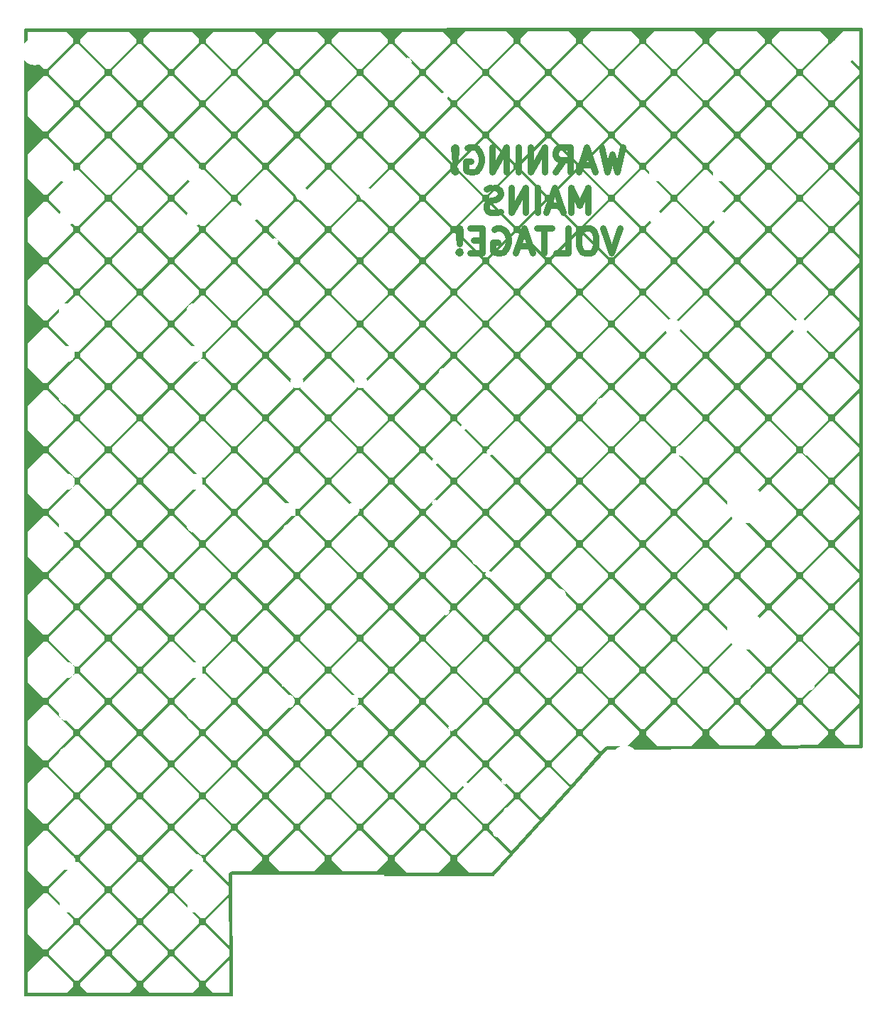
<source format=gbr>
%TF.GenerationSoftware,KiCad,Pcbnew,(6.0.5)*%
%TF.CreationDate,2022-06-13T13:10:07+01:00*%
%TF.ProjectId,heating-controller-esp32,68656174-696e-4672-9d63-6f6e74726f6c,rev?*%
%TF.SameCoordinates,Original*%
%TF.FileFunction,Legend,Bot*%
%TF.FilePolarity,Positive*%
%FSLAX46Y46*%
G04 Gerber Fmt 4.6, Leading zero omitted, Abs format (unit mm)*
G04 Created by KiCad (PCBNEW (6.0.5)) date 2022-06-13 13:10:07*
%MOMM*%
%LPD*%
G01*
G04 APERTURE LIST*
%ADD10C,0.750000*%
%ADD11C,3.200000*%
%ADD12C,1.950000*%
%ADD13C,1.400000*%
%ADD14C,4.500000*%
%ADD15C,2.800000*%
%ADD16O,1.600000X2.000000*%
%ADD17R,1.600000X1.600000*%
%ADD18O,1.600000X1.600000*%
%ADD19O,1.000000X2.100000*%
%ADD20O,1.000000X1.600000*%
%ADD21C,0.650000*%
%ADD22C,1.217000*%
%ADD23C,1.515000*%
%ADD24C,0.800000*%
%ADD25C,1.000000*%
G04 APERTURE END LIST*
D10*
X83548857Y-43057142D02*
X82834571Y-46057142D01*
X82263142Y-43914285D01*
X81691714Y-46057142D01*
X80977428Y-43057142D01*
X79977428Y-45200000D02*
X78548857Y-45200000D01*
X80263142Y-46057142D02*
X79263142Y-43057142D01*
X78263142Y-46057142D01*
X75548857Y-46057142D02*
X76548857Y-44628571D01*
X77263142Y-46057142D02*
X77263142Y-43057142D01*
X76120285Y-43057142D01*
X75834571Y-43200000D01*
X75691714Y-43342857D01*
X75548857Y-43628571D01*
X75548857Y-44057142D01*
X75691714Y-44342857D01*
X75834571Y-44485714D01*
X76120285Y-44628571D01*
X77263142Y-44628571D01*
X74263142Y-46057142D02*
X74263142Y-43057142D01*
X72548857Y-46057142D01*
X72548857Y-43057142D01*
X71120285Y-46057142D02*
X71120285Y-43057142D01*
X69691714Y-46057142D02*
X69691714Y-43057142D01*
X67977428Y-46057142D01*
X67977428Y-43057142D01*
X64977428Y-43200000D02*
X65263142Y-43057142D01*
X65691714Y-43057142D01*
X66120285Y-43200000D01*
X66406000Y-43485714D01*
X66548857Y-43771428D01*
X66691714Y-44342857D01*
X66691714Y-44771428D01*
X66548857Y-45342857D01*
X66406000Y-45628571D01*
X66120285Y-45914285D01*
X65691714Y-46057142D01*
X65406000Y-46057142D01*
X64977428Y-45914285D01*
X64834571Y-45771428D01*
X64834571Y-44771428D01*
X65406000Y-44771428D01*
X63548857Y-45771428D02*
X63406000Y-45914285D01*
X63548857Y-46057142D01*
X63691714Y-45914285D01*
X63548857Y-45771428D01*
X63548857Y-46057142D01*
X63548857Y-44914285D02*
X63691714Y-43200000D01*
X63548857Y-43057142D01*
X63406000Y-43200000D01*
X63548857Y-44914285D01*
X63548857Y-43057142D01*
X79406000Y-50887142D02*
X79406000Y-47887142D01*
X78406000Y-50030000D01*
X77406000Y-47887142D01*
X77406000Y-50887142D01*
X76120285Y-50030000D02*
X74691714Y-50030000D01*
X76406000Y-50887142D02*
X75406000Y-47887142D01*
X74406000Y-50887142D01*
X73406000Y-50887142D02*
X73406000Y-47887142D01*
X71977428Y-50887142D02*
X71977428Y-47887142D01*
X70263142Y-50887142D01*
X70263142Y-47887142D01*
X68977428Y-50744285D02*
X68548857Y-50887142D01*
X67834571Y-50887142D01*
X67548857Y-50744285D01*
X67406000Y-50601428D01*
X67263142Y-50315714D01*
X67263142Y-50030000D01*
X67406000Y-49744285D01*
X67548857Y-49601428D01*
X67834571Y-49458571D01*
X68406000Y-49315714D01*
X68691714Y-49172857D01*
X68834571Y-49030000D01*
X68977428Y-48744285D01*
X68977428Y-48458571D01*
X68834571Y-48172857D01*
X68691714Y-48030000D01*
X68406000Y-47887142D01*
X67691714Y-47887142D01*
X67263142Y-48030000D01*
X83191714Y-52717142D02*
X82191714Y-55717142D01*
X81191714Y-52717142D01*
X79620285Y-52717142D02*
X79048857Y-52717142D01*
X78763142Y-52860000D01*
X78477428Y-53145714D01*
X78334571Y-53717142D01*
X78334571Y-54717142D01*
X78477428Y-55288571D01*
X78763142Y-55574285D01*
X79048857Y-55717142D01*
X79620285Y-55717142D01*
X79906000Y-55574285D01*
X80191714Y-55288571D01*
X80334571Y-54717142D01*
X80334571Y-53717142D01*
X80191714Y-53145714D01*
X79906000Y-52860000D01*
X79620285Y-52717142D01*
X75620285Y-55717142D02*
X77048857Y-55717142D01*
X77048857Y-52717142D01*
X75048857Y-52717142D02*
X73334571Y-52717142D01*
X74191714Y-55717142D02*
X74191714Y-52717142D01*
X72477428Y-54860000D02*
X71048857Y-54860000D01*
X72763142Y-55717142D02*
X71763142Y-52717142D01*
X70763142Y-55717142D01*
X68191714Y-52860000D02*
X68477428Y-52717142D01*
X68906000Y-52717142D01*
X69334571Y-52860000D01*
X69620285Y-53145714D01*
X69763142Y-53431428D01*
X69906000Y-54002857D01*
X69906000Y-54431428D01*
X69763142Y-55002857D01*
X69620285Y-55288571D01*
X69334571Y-55574285D01*
X68906000Y-55717142D01*
X68620285Y-55717142D01*
X68191714Y-55574285D01*
X68048857Y-55431428D01*
X68048857Y-54431428D01*
X68620285Y-54431428D01*
X66763142Y-54145714D02*
X65763142Y-54145714D01*
X65334571Y-55717142D02*
X66763142Y-55717142D01*
X66763142Y-52717142D01*
X65334571Y-52717142D01*
X64048857Y-55431428D02*
X63906000Y-55574285D01*
X64048857Y-55717142D01*
X64191714Y-55574285D01*
X64048857Y-55431428D01*
X64048857Y-55717142D01*
X64048857Y-54574285D02*
X64191714Y-52860000D01*
X64048857Y-52717142D01*
X63906000Y-52860000D01*
X64048857Y-54574285D01*
X64048857Y-52717142D01*
G36*
X112082986Y-28849076D02*
G01*
X112129547Y-28902672D01*
X112141000Y-28955160D01*
X112141000Y-114555922D01*
X112120998Y-114624043D01*
X112067342Y-114670536D01*
X112015926Y-114681919D01*
X81679116Y-114904880D01*
X81654449Y-114912321D01*
X68236556Y-129879109D01*
X68176190Y-129916478D01*
X68142738Y-129921000D01*
X55244000Y-129921000D01*
X55175879Y-129900998D01*
X55129386Y-129847342D01*
X55125360Y-129828836D01*
X55123104Y-129829498D01*
X55113525Y-129796876D01*
X55112135Y-129795671D01*
X55104452Y-129794000D01*
X36975115Y-129794000D01*
X36959876Y-129798475D01*
X36958864Y-129799643D01*
X36957121Y-129807825D01*
X37082885Y-144144895D01*
X37063481Y-144213188D01*
X37010236Y-144260150D01*
X36956890Y-144272000D01*
X12318000Y-144272000D01*
X12249879Y-144251998D01*
X12203386Y-144198342D01*
X12192000Y-144146000D01*
X12192000Y-143846000D01*
X12618000Y-143846000D01*
X17235907Y-143846000D01*
X18038608Y-143043299D01*
X18888820Y-143043299D01*
X19691521Y-143846000D01*
X24731239Y-143846000D01*
X25533940Y-143043299D01*
X26384152Y-143043299D01*
X27186853Y-143846000D01*
X32226571Y-143846000D01*
X33029272Y-143043299D01*
X33879484Y-143043299D01*
X34682185Y-143846000D01*
X36654247Y-143846000D01*
X36619410Y-139874594D01*
X33879484Y-142614520D01*
X33879484Y-143043299D01*
X33029272Y-143043299D01*
X33029272Y-142614520D01*
X29921101Y-139506350D01*
X29492323Y-139506350D01*
X26384152Y-142614520D01*
X26384152Y-143043299D01*
X25533940Y-143043299D01*
X25533940Y-142614520D01*
X22425769Y-139506350D01*
X21996991Y-139506350D01*
X18888820Y-142614520D01*
X18888820Y-143043299D01*
X18038608Y-143043299D01*
X18038608Y-142614520D01*
X14930437Y-139506350D01*
X14501659Y-139506350D01*
X12618000Y-141390008D01*
X12618000Y-143846000D01*
X12192000Y-143846000D01*
X12192000Y-139295633D01*
X15141154Y-139295633D01*
X18249325Y-142403803D01*
X18678103Y-142403803D01*
X21786274Y-139295633D01*
X22636486Y-139295633D01*
X25744657Y-142403803D01*
X26173435Y-142403803D01*
X29281606Y-139295633D01*
X30131818Y-139295633D01*
X33239989Y-142403803D01*
X33668767Y-142403803D01*
X36615746Y-139456825D01*
X36609098Y-138699014D01*
X33668767Y-135758684D01*
X33239989Y-135758684D01*
X30131818Y-138866854D01*
X30131818Y-139295633D01*
X29281606Y-139295633D01*
X29281606Y-138866854D01*
X26173435Y-135758684D01*
X25744657Y-135758684D01*
X22636486Y-138866854D01*
X22636486Y-139295633D01*
X21786274Y-139295633D01*
X21786274Y-138866854D01*
X18678103Y-135758684D01*
X18249325Y-135758684D01*
X15141154Y-138866854D01*
X15141154Y-139295633D01*
X12192000Y-139295633D01*
X12192000Y-136772479D01*
X12618000Y-136772479D01*
X14501659Y-138656137D01*
X14930437Y-138656137D01*
X18038608Y-135547967D01*
X18888820Y-135547967D01*
X21996991Y-138656137D01*
X22425769Y-138656137D01*
X25533940Y-135547967D01*
X26384152Y-135547967D01*
X29492323Y-138656137D01*
X29921101Y-138656137D01*
X33029272Y-135547967D01*
X33879484Y-135547967D01*
X36605368Y-138273850D01*
X36554233Y-132444439D01*
X33879484Y-135119188D01*
X33879484Y-135547967D01*
X33029272Y-135547967D01*
X33029272Y-135119188D01*
X29921101Y-132011018D01*
X29492323Y-132011018D01*
X26384152Y-135119188D01*
X26384152Y-135547967D01*
X25533940Y-135547967D01*
X25533940Y-135119188D01*
X22425769Y-132011018D01*
X21996991Y-132011018D01*
X18888820Y-135119188D01*
X18888820Y-135547967D01*
X18038608Y-135547967D01*
X18038608Y-135119188D01*
X14930437Y-132011018D01*
X14501659Y-132011018D01*
X12618000Y-133894676D01*
X12618000Y-136772479D01*
X12192000Y-136772479D01*
X12192000Y-131800301D01*
X15141154Y-131800301D01*
X18249325Y-134908472D01*
X18678103Y-134908472D01*
X21786274Y-131800301D01*
X22636486Y-131800301D01*
X25744657Y-134908472D01*
X26173435Y-134908472D01*
X29281606Y-131800301D01*
X30131818Y-131800301D01*
X33239989Y-134908472D01*
X33668767Y-134908472D01*
X36550569Y-132026670D01*
X36542768Y-131137352D01*
X33668767Y-128263352D01*
X33239989Y-128263352D01*
X30131818Y-131371522D01*
X30131818Y-131800301D01*
X29281606Y-131800301D01*
X29281606Y-131371522D01*
X26173435Y-128263352D01*
X25744657Y-128263352D01*
X22636486Y-131371522D01*
X22636486Y-131800301D01*
X21786274Y-131800301D01*
X21786274Y-131371522D01*
X18678103Y-128263352D01*
X18249325Y-128263352D01*
X15141154Y-131371522D01*
X15141154Y-131800301D01*
X12192000Y-131800301D01*
X12192000Y-129277147D01*
X12618000Y-129277147D01*
X14501659Y-131160806D01*
X14930437Y-131160806D01*
X18038608Y-128052635D01*
X18888820Y-128052635D01*
X21996991Y-131160806D01*
X22425769Y-131160806D01*
X25533940Y-128052635D01*
X26384152Y-128052635D01*
X29492323Y-131160806D01*
X29921101Y-131160806D01*
X33029272Y-128052635D01*
X33879484Y-128052635D01*
X36539038Y-130712189D01*
X36531017Y-129797736D01*
X36533326Y-129772592D01*
X36556150Y-129655156D01*
X36575071Y-129609193D01*
X36640103Y-129511866D01*
X36674866Y-129477103D01*
X36772193Y-129412071D01*
X36817614Y-129393257D01*
X36932419Y-129370421D01*
X36957000Y-129368000D01*
X39209239Y-129368000D01*
X40524604Y-128052635D01*
X41374816Y-128052635D01*
X42690181Y-129368000D01*
X46704571Y-129368000D01*
X48019936Y-128052635D01*
X48870148Y-128052635D01*
X50185513Y-129368000D01*
X54199902Y-129368000D01*
X55515267Y-128052635D01*
X56365480Y-128052635D01*
X57807844Y-129495000D01*
X61568235Y-129495000D01*
X63010599Y-128052635D01*
X63860812Y-128052635D01*
X65303176Y-129495000D01*
X68008783Y-129495000D01*
X70073744Y-127191670D01*
X67397761Y-124515686D01*
X66968982Y-124515686D01*
X63860812Y-127623857D01*
X63860812Y-128052635D01*
X63010599Y-128052635D01*
X63010599Y-127623857D01*
X59902429Y-124515686D01*
X59473650Y-124515686D01*
X56365480Y-127623857D01*
X56365480Y-128052635D01*
X55515267Y-128052635D01*
X55515267Y-127623857D01*
X52407097Y-124515686D01*
X51978318Y-124515686D01*
X48870148Y-127623857D01*
X48870148Y-128052635D01*
X48019936Y-128052635D01*
X48019936Y-127623857D01*
X44911765Y-124515686D01*
X44482987Y-124515686D01*
X41374816Y-127623857D01*
X41374816Y-128052635D01*
X40524604Y-128052635D01*
X40524604Y-127623857D01*
X37416433Y-124515686D01*
X36987655Y-124515686D01*
X33879484Y-127623857D01*
X33879484Y-128052635D01*
X33029272Y-128052635D01*
X33029272Y-127623857D01*
X29921101Y-124515686D01*
X29492323Y-124515686D01*
X26384152Y-127623857D01*
X26384152Y-128052635D01*
X25533940Y-128052635D01*
X25533940Y-127623857D01*
X22425769Y-124515686D01*
X21996991Y-124515686D01*
X18888820Y-127623857D01*
X18888820Y-128052635D01*
X18038608Y-128052635D01*
X18038608Y-127623857D01*
X14930437Y-124515686D01*
X14501659Y-124515686D01*
X12618000Y-126399345D01*
X12618000Y-129277147D01*
X12192000Y-129277147D01*
X12192000Y-124304969D01*
X15141154Y-124304969D01*
X18249325Y-127413140D01*
X18678103Y-127413140D01*
X21786274Y-124304969D01*
X22636486Y-124304969D01*
X25744657Y-127413140D01*
X26173435Y-127413140D01*
X29281606Y-124304969D01*
X30131818Y-124304969D01*
X33239989Y-127413140D01*
X33668767Y-127413140D01*
X36776938Y-124304969D01*
X37627150Y-124304969D01*
X40735321Y-127413140D01*
X41164099Y-127413140D01*
X44272270Y-124304969D01*
X45122482Y-124304969D01*
X48230652Y-127413140D01*
X48659431Y-127413140D01*
X51767601Y-124304969D01*
X52617814Y-124304969D01*
X55725984Y-127413140D01*
X56154763Y-127413140D01*
X59262933Y-124304969D01*
X60113146Y-124304969D01*
X63221316Y-127413140D01*
X63650095Y-127413140D01*
X66758265Y-124304969D01*
X67608478Y-124304969D01*
X70272963Y-126969455D01*
X73616907Y-123239501D01*
X71145427Y-120768020D01*
X70716648Y-120768020D01*
X67608478Y-123876191D01*
X67608478Y-124304969D01*
X66758265Y-124304969D01*
X66758265Y-123876191D01*
X63650095Y-120768020D01*
X63221316Y-120768020D01*
X60113146Y-123876191D01*
X60113146Y-124304969D01*
X59262933Y-124304969D01*
X59262933Y-123876191D01*
X56154763Y-120768020D01*
X55725984Y-120768020D01*
X52617814Y-123876191D01*
X52617814Y-124304969D01*
X51767601Y-124304969D01*
X51767601Y-123876191D01*
X48659431Y-120768020D01*
X48230652Y-120768020D01*
X45122482Y-123876191D01*
X45122482Y-124304969D01*
X44272270Y-124304969D01*
X44272270Y-123876191D01*
X41164099Y-120768020D01*
X40735321Y-120768020D01*
X37627150Y-123876191D01*
X37627150Y-124304969D01*
X36776938Y-124304969D01*
X36776938Y-123876191D01*
X33668767Y-120768020D01*
X33239989Y-120768020D01*
X30131818Y-123876191D01*
X30131818Y-124304969D01*
X29281606Y-124304969D01*
X29281606Y-123876191D01*
X26173435Y-120768020D01*
X25744657Y-120768020D01*
X22636486Y-123876191D01*
X22636486Y-124304969D01*
X21786274Y-124304969D01*
X21786274Y-123876191D01*
X18678103Y-120768020D01*
X18249325Y-120768020D01*
X15141154Y-123876191D01*
X15141154Y-124304969D01*
X12192000Y-124304969D01*
X12192000Y-121781815D01*
X12618000Y-121781815D01*
X14501659Y-123665474D01*
X14930437Y-123665474D01*
X18038608Y-120557303D01*
X18888820Y-120557303D01*
X21996991Y-123665474D01*
X22425769Y-123665474D01*
X25533940Y-120557303D01*
X26384152Y-120557303D01*
X29492323Y-123665474D01*
X29921101Y-123665474D01*
X33029272Y-120557303D01*
X33879484Y-120557303D01*
X36987655Y-123665474D01*
X37416433Y-123665474D01*
X40524604Y-120557303D01*
X41374816Y-120557303D01*
X44482987Y-123665474D01*
X44911765Y-123665474D01*
X48019936Y-120557303D01*
X48870148Y-120557303D01*
X51978318Y-123665474D01*
X52407097Y-123665474D01*
X55515267Y-120557303D01*
X56365480Y-120557303D01*
X59473650Y-123665474D01*
X59902429Y-123665474D01*
X63010599Y-120557303D01*
X63860812Y-120557303D01*
X66968982Y-123665474D01*
X67397761Y-123665474D01*
X70505931Y-120557303D01*
X71356144Y-120557303D01*
X73816126Y-123017285D01*
X77160070Y-119287332D01*
X74893093Y-117020354D01*
X74464314Y-117020354D01*
X71356144Y-120128525D01*
X71356144Y-120557303D01*
X70505931Y-120557303D01*
X70505931Y-120128525D01*
X67397761Y-117020354D01*
X66968982Y-117020354D01*
X63860812Y-120128525D01*
X63860812Y-120557303D01*
X63010599Y-120557303D01*
X63010599Y-120128525D01*
X59902429Y-117020354D01*
X59473650Y-117020354D01*
X56365480Y-120128525D01*
X56365480Y-120557303D01*
X55515267Y-120557303D01*
X55515267Y-120128525D01*
X52407097Y-117020354D01*
X51978318Y-117020354D01*
X48870148Y-120128525D01*
X48870148Y-120557303D01*
X48019936Y-120557303D01*
X48019936Y-120128525D01*
X44911765Y-117020354D01*
X44482987Y-117020354D01*
X41374816Y-120128525D01*
X41374816Y-120557303D01*
X40524604Y-120557303D01*
X40524604Y-120128525D01*
X37416433Y-117020354D01*
X36987655Y-117020354D01*
X33879484Y-120128525D01*
X33879484Y-120557303D01*
X33029272Y-120557303D01*
X33029272Y-120128525D01*
X29921101Y-117020354D01*
X29492323Y-117020354D01*
X26384152Y-120128525D01*
X26384152Y-120557303D01*
X25533940Y-120557303D01*
X25533940Y-120128525D01*
X22425769Y-117020354D01*
X21996991Y-117020354D01*
X18888820Y-120128525D01*
X18888820Y-120557303D01*
X18038608Y-120557303D01*
X18038608Y-120128525D01*
X14930437Y-117020354D01*
X14501659Y-117020354D01*
X12618000Y-118904013D01*
X12618000Y-121781815D01*
X12192000Y-121781815D01*
X12192000Y-116809637D01*
X15141154Y-116809637D01*
X18249325Y-119917808D01*
X18678103Y-119917808D01*
X21786274Y-116809637D01*
X22636486Y-116809637D01*
X25744657Y-119917808D01*
X26173435Y-119917808D01*
X29281606Y-116809637D01*
X30131818Y-116809637D01*
X33239989Y-119917808D01*
X33668767Y-119917808D01*
X36776938Y-116809637D01*
X37627150Y-116809637D01*
X40735321Y-119917808D01*
X41164099Y-119917808D01*
X44272270Y-116809637D01*
X45122482Y-116809637D01*
X48230652Y-119917808D01*
X48659431Y-119917808D01*
X51767601Y-116809637D01*
X52617814Y-116809637D01*
X55725984Y-119917808D01*
X56154763Y-119917808D01*
X59262933Y-116809637D01*
X60113146Y-116809637D01*
X63221316Y-119917808D01*
X63650095Y-119917808D01*
X66758265Y-116809637D01*
X67608478Y-116809637D01*
X70716648Y-119917808D01*
X71145427Y-119917808D01*
X74253597Y-116809637D01*
X75103809Y-116809637D01*
X77359289Y-119065117D01*
X80703233Y-115335163D01*
X78640758Y-113272688D01*
X78211980Y-113272688D01*
X75103809Y-116380859D01*
X75103809Y-116809637D01*
X74253597Y-116809637D01*
X74253597Y-116380859D01*
X71145427Y-113272688D01*
X70716648Y-113272688D01*
X67608478Y-116380859D01*
X67608478Y-116809637D01*
X66758265Y-116809637D01*
X66758265Y-116380859D01*
X63650095Y-113272688D01*
X63221316Y-113272688D01*
X60113146Y-116380859D01*
X60113146Y-116809637D01*
X59262933Y-116809637D01*
X59262933Y-116380859D01*
X56154763Y-113272688D01*
X55725984Y-113272688D01*
X52617814Y-116380859D01*
X52617814Y-116809637D01*
X51767601Y-116809637D01*
X51767601Y-116380859D01*
X48659431Y-113272688D01*
X48230652Y-113272688D01*
X45122482Y-116380859D01*
X45122482Y-116809637D01*
X44272270Y-116809637D01*
X44272270Y-116380859D01*
X41164099Y-113272688D01*
X40735321Y-113272688D01*
X37627150Y-116380859D01*
X37627150Y-116809637D01*
X36776938Y-116809637D01*
X36776938Y-116380859D01*
X33668767Y-113272688D01*
X33239989Y-113272688D01*
X30131818Y-116380859D01*
X30131818Y-116809637D01*
X29281606Y-116809637D01*
X29281606Y-116380859D01*
X26173435Y-113272688D01*
X25744657Y-113272688D01*
X22636486Y-116380859D01*
X22636486Y-116809637D01*
X21786274Y-116809637D01*
X21786274Y-116380859D01*
X18678103Y-113272688D01*
X18249325Y-113272688D01*
X15141154Y-116380859D01*
X15141154Y-116809637D01*
X12192000Y-116809637D01*
X12192000Y-114286483D01*
X12618000Y-114286483D01*
X14501659Y-116170142D01*
X14930437Y-116170142D01*
X18038608Y-113061971D01*
X18888820Y-113061971D01*
X21996991Y-116170142D01*
X22425769Y-116170142D01*
X25533940Y-113061971D01*
X26384152Y-113061971D01*
X29492323Y-116170142D01*
X29921101Y-116170142D01*
X33029272Y-113061971D01*
X33879484Y-113061971D01*
X36987655Y-116170142D01*
X37416433Y-116170142D01*
X40524604Y-113061971D01*
X41374816Y-113061971D01*
X44482987Y-116170142D01*
X44911765Y-116170142D01*
X48019936Y-113061971D01*
X48870148Y-113061971D01*
X51978318Y-116170142D01*
X52407097Y-116170142D01*
X55515267Y-113061971D01*
X56365480Y-113061971D01*
X59473650Y-116170142D01*
X59902429Y-116170142D01*
X63010599Y-113061971D01*
X63860812Y-113061971D01*
X66968982Y-116170142D01*
X67397761Y-116170142D01*
X70505931Y-113061971D01*
X71356144Y-113061971D01*
X74464314Y-116170142D01*
X74893093Y-116170142D01*
X78001263Y-113061971D01*
X78851475Y-113061971D01*
X80902453Y-115112949D01*
X81343807Y-114620647D01*
X81345816Y-114618459D01*
X81355506Y-114608150D01*
X81376544Y-114590199D01*
X81473390Y-114524453D01*
X81518672Y-114505305D01*
X81633306Y-114481626D01*
X81657869Y-114479024D01*
X84097471Y-114461095D01*
X85496595Y-113061971D01*
X86346807Y-113061971D01*
X87719311Y-114434475D01*
X91648298Y-114405600D01*
X92991927Y-113061971D01*
X93842139Y-113061971D01*
X95159958Y-114379790D01*
X99199125Y-114350105D01*
X100487259Y-113061971D01*
X101337471Y-113061971D01*
X102600605Y-114325105D01*
X106749952Y-114294610D01*
X107982591Y-113061971D01*
X108832803Y-113061971D01*
X110041251Y-114270420D01*
X111715000Y-114258119D01*
X111715000Y-109750995D01*
X108832803Y-112633193D01*
X108832803Y-113061971D01*
X107982591Y-113061971D01*
X107982591Y-112633193D01*
X104874420Y-109525022D01*
X104445642Y-109525022D01*
X101337471Y-112633193D01*
X101337471Y-113061971D01*
X100487259Y-113061971D01*
X100487259Y-112633193D01*
X97379088Y-109525022D01*
X96950310Y-109525022D01*
X93842139Y-112633193D01*
X93842139Y-113061971D01*
X92991927Y-113061971D01*
X92991927Y-112633193D01*
X89883756Y-109525022D01*
X89454978Y-109525022D01*
X86346807Y-112633193D01*
X86346807Y-113061971D01*
X85496595Y-113061971D01*
X85496595Y-112633193D01*
X82388424Y-109525022D01*
X81959646Y-109525022D01*
X78851475Y-112633193D01*
X78851475Y-113061971D01*
X78001263Y-113061971D01*
X78001263Y-112633193D01*
X74893093Y-109525022D01*
X74464314Y-109525022D01*
X71356144Y-112633193D01*
X71356144Y-113061971D01*
X70505931Y-113061971D01*
X70505931Y-112633193D01*
X67397761Y-109525022D01*
X66968982Y-109525022D01*
X63860812Y-112633193D01*
X63860812Y-113061971D01*
X63010599Y-113061971D01*
X63010599Y-112633193D01*
X59902429Y-109525022D01*
X59473650Y-109525022D01*
X56365480Y-112633193D01*
X56365480Y-113061971D01*
X55515267Y-113061971D01*
X55515267Y-112633193D01*
X52407097Y-109525022D01*
X51978318Y-109525022D01*
X48870148Y-112633193D01*
X48870148Y-113061971D01*
X48019936Y-113061971D01*
X48019936Y-112633193D01*
X44911765Y-109525022D01*
X44482987Y-109525022D01*
X41374816Y-112633193D01*
X41374816Y-113061971D01*
X40524604Y-113061971D01*
X40524604Y-112633193D01*
X37416433Y-109525022D01*
X36987655Y-109525022D01*
X33879484Y-112633193D01*
X33879484Y-113061971D01*
X33029272Y-113061971D01*
X33029272Y-112633193D01*
X29921101Y-109525022D01*
X29492323Y-109525022D01*
X26384152Y-112633193D01*
X26384152Y-113061971D01*
X25533940Y-113061971D01*
X25533940Y-112633193D01*
X22425769Y-109525022D01*
X21996991Y-109525022D01*
X18888820Y-112633193D01*
X18888820Y-113061971D01*
X18038608Y-113061971D01*
X18038608Y-112633193D01*
X14930437Y-109525022D01*
X14501659Y-109525022D01*
X12618000Y-111408681D01*
X12618000Y-114286483D01*
X12192000Y-114286483D01*
X12192000Y-109314305D01*
X15141154Y-109314305D01*
X18249325Y-112422476D01*
X18678103Y-112422476D01*
X21786274Y-109314305D01*
X22636486Y-109314305D01*
X25744657Y-112422476D01*
X26173435Y-112422476D01*
X29281606Y-109314305D01*
X30131818Y-109314305D01*
X33239989Y-112422476D01*
X33668767Y-112422476D01*
X36776938Y-109314305D01*
X37627150Y-109314305D01*
X40735321Y-112422476D01*
X41164099Y-112422476D01*
X44272270Y-109314305D01*
X45122482Y-109314305D01*
X48230652Y-112422476D01*
X48659431Y-112422476D01*
X51767601Y-109314305D01*
X52617814Y-109314305D01*
X55725984Y-112422476D01*
X56154763Y-112422476D01*
X59262933Y-109314305D01*
X60113146Y-109314305D01*
X63221316Y-112422476D01*
X63650095Y-112422476D01*
X66758265Y-109314305D01*
X67608478Y-109314305D01*
X70716648Y-112422476D01*
X71145427Y-112422476D01*
X74253597Y-109314305D01*
X75103809Y-109314305D01*
X78211980Y-112422476D01*
X78640758Y-112422476D01*
X81748929Y-109314305D01*
X82599141Y-109314305D01*
X85707312Y-112422476D01*
X86136090Y-112422476D01*
X89244261Y-109314305D01*
X90094473Y-109314305D01*
X93202644Y-112422476D01*
X93631422Y-112422476D01*
X96739593Y-109314305D01*
X97589805Y-109314305D01*
X100697976Y-112422476D01*
X101126754Y-112422476D01*
X104234925Y-109314305D01*
X105085137Y-109314305D01*
X108193307Y-112422476D01*
X108622086Y-112422476D01*
X111715000Y-109329562D01*
X111715000Y-108870270D01*
X108622086Y-105777356D01*
X108193307Y-105777356D01*
X105085137Y-108885527D01*
X105085137Y-109314305D01*
X104234925Y-109314305D01*
X104234925Y-108885527D01*
X101126754Y-105777356D01*
X100697976Y-105777356D01*
X97589805Y-108885527D01*
X97589805Y-109314305D01*
X96739593Y-109314305D01*
X96739593Y-108885527D01*
X93631422Y-105777356D01*
X93202644Y-105777356D01*
X90094473Y-108885527D01*
X90094473Y-109314305D01*
X89244261Y-109314305D01*
X89244261Y-108885527D01*
X86136090Y-105777356D01*
X85707312Y-105777356D01*
X82599141Y-108885527D01*
X82599141Y-109314305D01*
X81748929Y-109314305D01*
X81748929Y-108885527D01*
X78640758Y-105777356D01*
X78211980Y-105777356D01*
X75103809Y-108885527D01*
X75103809Y-109314305D01*
X74253597Y-109314305D01*
X74253597Y-108885527D01*
X71145427Y-105777356D01*
X70716648Y-105777356D01*
X67608478Y-108885527D01*
X67608478Y-109314305D01*
X66758265Y-109314305D01*
X66758265Y-108885527D01*
X63650095Y-105777356D01*
X63221316Y-105777356D01*
X60113146Y-108885527D01*
X60113146Y-109314305D01*
X59262933Y-109314305D01*
X59262933Y-108885527D01*
X56154763Y-105777356D01*
X55725984Y-105777356D01*
X52617814Y-108885527D01*
X52617814Y-109314305D01*
X51767601Y-109314305D01*
X51767601Y-108885527D01*
X48659431Y-105777356D01*
X48230652Y-105777356D01*
X45122482Y-108885527D01*
X45122482Y-109314305D01*
X44272270Y-109314305D01*
X44272270Y-108885527D01*
X41164099Y-105777356D01*
X40735321Y-105777356D01*
X37627150Y-108885527D01*
X37627150Y-109314305D01*
X36776938Y-109314305D01*
X36776938Y-108885527D01*
X33668767Y-105777356D01*
X33239989Y-105777356D01*
X30131818Y-108885527D01*
X30131818Y-109314305D01*
X29281606Y-109314305D01*
X29281606Y-108885527D01*
X26173435Y-105777356D01*
X25744657Y-105777356D01*
X22636486Y-108885527D01*
X22636486Y-109314305D01*
X21786274Y-109314305D01*
X21786274Y-108885527D01*
X18678103Y-105777356D01*
X18249325Y-105777356D01*
X15141154Y-108885527D01*
X15141154Y-109314305D01*
X12192000Y-109314305D01*
X12192000Y-106791151D01*
X12618000Y-106791151D01*
X14501659Y-108674810D01*
X14930437Y-108674810D01*
X18038608Y-105566639D01*
X18888820Y-105566639D01*
X21996991Y-108674810D01*
X22425769Y-108674810D01*
X25533940Y-105566639D01*
X26384152Y-105566639D01*
X29492323Y-108674810D01*
X29921101Y-108674810D01*
X33029272Y-105566639D01*
X33879484Y-105566639D01*
X36987655Y-108674810D01*
X37416433Y-108674810D01*
X40524604Y-105566639D01*
X41374816Y-105566639D01*
X44482987Y-108674810D01*
X44911765Y-108674810D01*
X48019936Y-105566639D01*
X48870148Y-105566639D01*
X51978318Y-108674810D01*
X52407097Y-108674810D01*
X55515267Y-105566639D01*
X56365480Y-105566639D01*
X59473650Y-108674810D01*
X59902429Y-108674810D01*
X63010599Y-105566639D01*
X63860812Y-105566639D01*
X66968982Y-108674810D01*
X67397761Y-108674810D01*
X70505931Y-105566639D01*
X71356144Y-105566639D01*
X74464314Y-108674810D01*
X74893093Y-108674810D01*
X78001263Y-105566639D01*
X78851475Y-105566639D01*
X81959646Y-108674810D01*
X82388424Y-108674810D01*
X85496595Y-105566639D01*
X86346807Y-105566639D01*
X89454978Y-108674810D01*
X89883756Y-108674810D01*
X92991927Y-105566639D01*
X93842139Y-105566639D01*
X96950310Y-108674810D01*
X97379088Y-108674810D01*
X100487259Y-105566639D01*
X101337471Y-105566639D01*
X104445642Y-108674810D01*
X104874420Y-108674810D01*
X107982591Y-105566639D01*
X108832803Y-105566639D01*
X111715000Y-108448837D01*
X111715000Y-102255663D01*
X108832803Y-105137861D01*
X108832803Y-105566639D01*
X107982591Y-105566639D01*
X107982591Y-105137861D01*
X104874420Y-102029690D01*
X104445642Y-102029690D01*
X101337471Y-105137861D01*
X101337471Y-105566639D01*
X100487259Y-105566639D01*
X100487259Y-105137861D01*
X97379088Y-102029690D01*
X96950310Y-102029690D01*
X93842139Y-105137861D01*
X93842139Y-105566639D01*
X92991927Y-105566639D01*
X92991927Y-105137861D01*
X89883756Y-102029690D01*
X89454978Y-102029690D01*
X86346807Y-105137861D01*
X86346807Y-105566639D01*
X85496595Y-105566639D01*
X85496595Y-105137861D01*
X82388424Y-102029690D01*
X81959646Y-102029690D01*
X78851475Y-105137861D01*
X78851475Y-105566639D01*
X78001263Y-105566639D01*
X78001263Y-105137861D01*
X74893093Y-102029690D01*
X74464314Y-102029690D01*
X71356144Y-105137861D01*
X71356144Y-105566639D01*
X70505931Y-105566639D01*
X70505931Y-105137861D01*
X67397761Y-102029690D01*
X66968982Y-102029690D01*
X63860812Y-105137861D01*
X63860812Y-105566639D01*
X63010599Y-105566639D01*
X63010599Y-105137861D01*
X59902429Y-102029690D01*
X59473650Y-102029690D01*
X56365480Y-105137861D01*
X56365480Y-105566639D01*
X55515267Y-105566639D01*
X55515267Y-105137861D01*
X52407097Y-102029690D01*
X51978318Y-102029690D01*
X48870148Y-105137861D01*
X48870148Y-105566639D01*
X48019936Y-105566639D01*
X48019936Y-105137861D01*
X44911765Y-102029690D01*
X44482987Y-102029690D01*
X41374816Y-105137861D01*
X41374816Y-105566639D01*
X40524604Y-105566639D01*
X40524604Y-105137861D01*
X37416433Y-102029690D01*
X36987655Y-102029690D01*
X33879484Y-105137861D01*
X33879484Y-105566639D01*
X33029272Y-105566639D01*
X33029272Y-105137861D01*
X29921101Y-102029690D01*
X29492323Y-102029690D01*
X26384152Y-105137861D01*
X26384152Y-105566639D01*
X25533940Y-105566639D01*
X25533940Y-105137861D01*
X22425769Y-102029690D01*
X21996991Y-102029690D01*
X18888820Y-105137861D01*
X18888820Y-105566639D01*
X18038608Y-105566639D01*
X18038608Y-105137861D01*
X14930437Y-102029690D01*
X14501659Y-102029690D01*
X12618000Y-103913349D01*
X12618000Y-106791151D01*
X12192000Y-106791151D01*
X12192000Y-101818973D01*
X15141154Y-101818973D01*
X18249325Y-104927144D01*
X18678103Y-104927144D01*
X21786274Y-101818973D01*
X22636486Y-101818973D01*
X25744657Y-104927144D01*
X26173435Y-104927144D01*
X29281606Y-101818973D01*
X30131818Y-101818973D01*
X33239989Y-104927144D01*
X33668767Y-104927144D01*
X36776938Y-101818973D01*
X37627150Y-101818973D01*
X40735321Y-104927144D01*
X41164099Y-104927144D01*
X44272270Y-101818973D01*
X45122482Y-101818973D01*
X48230652Y-104927144D01*
X48659431Y-104927144D01*
X51767601Y-101818973D01*
X52617814Y-101818973D01*
X55725984Y-104927144D01*
X56154763Y-104927144D01*
X59262933Y-101818973D01*
X60113146Y-101818973D01*
X63221316Y-104927144D01*
X63650095Y-104927144D01*
X66758265Y-101818973D01*
X67608478Y-101818973D01*
X70716648Y-104927144D01*
X71145427Y-104927144D01*
X74253597Y-101818973D01*
X75103809Y-101818973D01*
X78211980Y-104927144D01*
X78640758Y-104927144D01*
X81748929Y-101818973D01*
X82599141Y-101818973D01*
X85707312Y-104927144D01*
X86136090Y-104927144D01*
X89244261Y-101818973D01*
X90094473Y-101818973D01*
X93202644Y-104927144D01*
X93631422Y-104927144D01*
X96739593Y-101818973D01*
X97589805Y-101818973D01*
X100697976Y-104927144D01*
X101126754Y-104927144D01*
X104234925Y-101818973D01*
X105085137Y-101818973D01*
X108193307Y-104927144D01*
X108622086Y-104927144D01*
X111715000Y-101834230D01*
X111715000Y-101374938D01*
X108622086Y-98282024D01*
X108193307Y-98282024D01*
X105085137Y-101390195D01*
X105085137Y-101818973D01*
X104234925Y-101818973D01*
X104234925Y-101390195D01*
X101126754Y-98282024D01*
X100697976Y-98282024D01*
X97589805Y-101390195D01*
X97589805Y-101818973D01*
X96739593Y-101818973D01*
X96739593Y-101390195D01*
X93631422Y-98282024D01*
X93202644Y-98282024D01*
X90094473Y-101390195D01*
X90094473Y-101818973D01*
X89244261Y-101818973D01*
X89244261Y-101390195D01*
X86136090Y-98282024D01*
X85707312Y-98282024D01*
X82599141Y-101390195D01*
X82599141Y-101818973D01*
X81748929Y-101818973D01*
X81748929Y-101390195D01*
X78640758Y-98282024D01*
X78211980Y-98282024D01*
X75103809Y-101390195D01*
X75103809Y-101818973D01*
X74253597Y-101818973D01*
X74253597Y-101390195D01*
X71145427Y-98282024D01*
X70716648Y-98282024D01*
X67608478Y-101390195D01*
X67608478Y-101818973D01*
X66758265Y-101818973D01*
X66758265Y-101390195D01*
X63650095Y-98282024D01*
X63221316Y-98282024D01*
X60113146Y-101390195D01*
X60113146Y-101818973D01*
X59262933Y-101818973D01*
X59262933Y-101390195D01*
X56154763Y-98282024D01*
X55725984Y-98282024D01*
X52617814Y-101390195D01*
X52617814Y-101818973D01*
X51767601Y-101818973D01*
X51767601Y-101390195D01*
X48659431Y-98282024D01*
X48230652Y-98282024D01*
X45122482Y-101390195D01*
X45122482Y-101818973D01*
X44272270Y-101818973D01*
X44272270Y-101390195D01*
X41164099Y-98282024D01*
X40735321Y-98282024D01*
X37627150Y-101390195D01*
X37627150Y-101818973D01*
X36776938Y-101818973D01*
X36776938Y-101390195D01*
X33668767Y-98282024D01*
X33239989Y-98282024D01*
X30131818Y-101390195D01*
X30131818Y-101818973D01*
X29281606Y-101818973D01*
X29281606Y-101390195D01*
X26173435Y-98282024D01*
X25744657Y-98282024D01*
X22636486Y-101390195D01*
X22636486Y-101818973D01*
X21786274Y-101818973D01*
X21786274Y-101390195D01*
X18678103Y-98282024D01*
X18249325Y-98282024D01*
X15141154Y-101390195D01*
X15141154Y-101818973D01*
X12192000Y-101818973D01*
X12192000Y-99295820D01*
X12618000Y-99295820D01*
X14501659Y-101179478D01*
X14930437Y-101179478D01*
X18038608Y-98071308D01*
X18888820Y-98071308D01*
X21996991Y-101179478D01*
X22425769Y-101179478D01*
X25533940Y-98071308D01*
X26384152Y-98071308D01*
X29492323Y-101179478D01*
X29921101Y-101179478D01*
X33029272Y-98071308D01*
X33879484Y-98071308D01*
X36987655Y-101179478D01*
X37416433Y-101179478D01*
X40524604Y-98071308D01*
X41374816Y-98071308D01*
X44482987Y-101179478D01*
X44911765Y-101179478D01*
X48019936Y-98071308D01*
X48870148Y-98071308D01*
X51978318Y-101179478D01*
X52407097Y-101179478D01*
X55515267Y-98071308D01*
X56365480Y-98071308D01*
X59473650Y-101179478D01*
X59902429Y-101179478D01*
X63010599Y-98071308D01*
X63860812Y-98071308D01*
X66968982Y-101179478D01*
X67397761Y-101179478D01*
X70505931Y-98071308D01*
X71356144Y-98071308D01*
X74464314Y-101179478D01*
X74893093Y-101179478D01*
X78001263Y-98071308D01*
X78851475Y-98071308D01*
X81959646Y-101179478D01*
X82388424Y-101179478D01*
X85496595Y-98071308D01*
X86346807Y-98071308D01*
X89454978Y-101179478D01*
X89883756Y-101179478D01*
X92991927Y-98071308D01*
X93842139Y-98071308D01*
X96950310Y-101179478D01*
X97379088Y-101179478D01*
X100487259Y-98071308D01*
X101337471Y-98071308D01*
X104445642Y-101179478D01*
X104874420Y-101179478D01*
X107982591Y-98071308D01*
X108832803Y-98071308D01*
X111715000Y-100953505D01*
X111715000Y-94760332D01*
X108832803Y-97642529D01*
X108832803Y-98071308D01*
X107982591Y-98071308D01*
X107982591Y-97642529D01*
X104874420Y-94534359D01*
X104445642Y-94534359D01*
X101337471Y-97642529D01*
X101337471Y-98071308D01*
X100487259Y-98071308D01*
X100487259Y-97642529D01*
X97379088Y-94534359D01*
X96950310Y-94534359D01*
X93842139Y-97642529D01*
X93842139Y-98071308D01*
X92991927Y-98071308D01*
X92991927Y-97642529D01*
X89883756Y-94534359D01*
X89454978Y-94534359D01*
X86346807Y-97642529D01*
X86346807Y-98071308D01*
X85496595Y-98071308D01*
X85496595Y-97642529D01*
X82388424Y-94534359D01*
X81959646Y-94534359D01*
X78851475Y-97642529D01*
X78851475Y-98071308D01*
X78001263Y-98071308D01*
X78001263Y-97642529D01*
X74893093Y-94534359D01*
X74464314Y-94534359D01*
X71356144Y-97642529D01*
X71356144Y-98071308D01*
X70505931Y-98071308D01*
X70505931Y-97642529D01*
X67397761Y-94534359D01*
X66968982Y-94534359D01*
X63860812Y-97642529D01*
X63860812Y-98071308D01*
X63010599Y-98071308D01*
X63010599Y-97642529D01*
X59902429Y-94534359D01*
X59473650Y-94534359D01*
X56365480Y-97642529D01*
X56365480Y-98071308D01*
X55515267Y-98071308D01*
X55515267Y-97642529D01*
X52407097Y-94534359D01*
X51978318Y-94534359D01*
X48870148Y-97642529D01*
X48870148Y-98071308D01*
X48019936Y-98071308D01*
X48019936Y-97642529D01*
X44911765Y-94534359D01*
X44482987Y-94534359D01*
X41374816Y-97642529D01*
X41374816Y-98071308D01*
X40524604Y-98071308D01*
X40524604Y-97642529D01*
X37416433Y-94534359D01*
X36987655Y-94534359D01*
X33879484Y-97642529D01*
X33879484Y-98071308D01*
X33029272Y-98071308D01*
X33029272Y-97642529D01*
X29921101Y-94534359D01*
X29492323Y-94534359D01*
X26384152Y-97642529D01*
X26384152Y-98071308D01*
X25533940Y-98071308D01*
X25533940Y-97642529D01*
X22425769Y-94534359D01*
X21996991Y-94534359D01*
X18888820Y-97642529D01*
X18888820Y-98071308D01*
X18038608Y-98071308D01*
X18038608Y-97642529D01*
X14930437Y-94534359D01*
X14501659Y-94534359D01*
X12618000Y-96418017D01*
X12618000Y-99295820D01*
X12192000Y-99295820D01*
X12192000Y-94323642D01*
X15141154Y-94323642D01*
X18249325Y-97431812D01*
X18678103Y-97431812D01*
X21786274Y-94323642D01*
X22636486Y-94323642D01*
X25744657Y-97431812D01*
X26173435Y-97431812D01*
X29281606Y-94323642D01*
X30131818Y-94323642D01*
X33239989Y-97431812D01*
X33668767Y-97431812D01*
X36776938Y-94323642D01*
X37627150Y-94323642D01*
X40735321Y-97431812D01*
X41164099Y-97431812D01*
X44272270Y-94323642D01*
X45122482Y-94323642D01*
X48230652Y-97431812D01*
X48659431Y-97431812D01*
X51767601Y-94323642D01*
X52617814Y-94323642D01*
X55725984Y-97431812D01*
X56154763Y-97431812D01*
X59262933Y-94323642D01*
X60113146Y-94323642D01*
X63221316Y-97431812D01*
X63650095Y-97431812D01*
X66758265Y-94323642D01*
X67608478Y-94323642D01*
X70716648Y-97431812D01*
X71145427Y-97431812D01*
X74253597Y-94323642D01*
X75103809Y-94323642D01*
X78211980Y-97431812D01*
X78640758Y-97431812D01*
X81748929Y-94323642D01*
X82599141Y-94323642D01*
X85707312Y-97431812D01*
X86136090Y-97431812D01*
X89244261Y-94323642D01*
X90094473Y-94323642D01*
X93202644Y-97431812D01*
X93631422Y-97431812D01*
X96739593Y-94323642D01*
X97589805Y-94323642D01*
X100697976Y-97431812D01*
X101126754Y-97431812D01*
X104234925Y-94323642D01*
X105085137Y-94323642D01*
X108193307Y-97431812D01*
X108622086Y-97431812D01*
X111715000Y-94338899D01*
X111715000Y-93879606D01*
X108622086Y-90786693D01*
X108193307Y-90786693D01*
X105085137Y-93894863D01*
X105085137Y-94323642D01*
X104234925Y-94323642D01*
X104234925Y-93894863D01*
X101126754Y-90786693D01*
X100697976Y-90786693D01*
X97589805Y-93894863D01*
X97589805Y-94323642D01*
X96739593Y-94323642D01*
X96739593Y-93894863D01*
X93631422Y-90786693D01*
X93202644Y-90786693D01*
X90094473Y-93894863D01*
X90094473Y-94323642D01*
X89244261Y-94323642D01*
X89244261Y-93894863D01*
X86136090Y-90786693D01*
X85707312Y-90786693D01*
X82599141Y-93894863D01*
X82599141Y-94323642D01*
X81748929Y-94323642D01*
X81748929Y-93894863D01*
X78640758Y-90786693D01*
X78211980Y-90786693D01*
X75103809Y-93894863D01*
X75103809Y-94323642D01*
X74253597Y-94323642D01*
X74253597Y-93894863D01*
X71145427Y-90786693D01*
X70716648Y-90786693D01*
X67608478Y-93894863D01*
X67608478Y-94323642D01*
X66758265Y-94323642D01*
X66758265Y-93894863D01*
X63650095Y-90786693D01*
X63221316Y-90786693D01*
X60113146Y-93894863D01*
X60113146Y-94323642D01*
X59262933Y-94323642D01*
X59262933Y-93894863D01*
X56154763Y-90786693D01*
X55725984Y-90786693D01*
X52617814Y-93894863D01*
X52617814Y-94323642D01*
X51767601Y-94323642D01*
X51767601Y-93894863D01*
X48659431Y-90786693D01*
X48230652Y-90786693D01*
X45122482Y-93894863D01*
X45122482Y-94323642D01*
X44272270Y-94323642D01*
X44272270Y-93894863D01*
X41164099Y-90786693D01*
X40735321Y-90786693D01*
X37627150Y-93894863D01*
X37627150Y-94323642D01*
X36776938Y-94323642D01*
X36776938Y-93894863D01*
X33668767Y-90786693D01*
X33239989Y-90786693D01*
X30131818Y-93894863D01*
X30131818Y-94323642D01*
X29281606Y-94323642D01*
X29281606Y-93894863D01*
X26173435Y-90786693D01*
X25744657Y-90786693D01*
X22636486Y-93894863D01*
X22636486Y-94323642D01*
X21786274Y-94323642D01*
X21786274Y-93894863D01*
X18678103Y-90786693D01*
X18249325Y-90786693D01*
X15141154Y-93894863D01*
X15141154Y-94323642D01*
X12192000Y-94323642D01*
X12192000Y-91800488D01*
X12618000Y-91800488D01*
X14501659Y-93684146D01*
X14930437Y-93684146D01*
X18038608Y-90575976D01*
X18888820Y-90575976D01*
X21996991Y-93684146D01*
X22425769Y-93684146D01*
X25533940Y-90575976D01*
X26384152Y-90575976D01*
X29492323Y-93684146D01*
X29921101Y-93684146D01*
X33029272Y-90575976D01*
X33879484Y-90575976D01*
X36987655Y-93684146D01*
X37416433Y-93684146D01*
X40524604Y-90575976D01*
X41374816Y-90575976D01*
X44482987Y-93684146D01*
X44911765Y-93684146D01*
X48019936Y-90575976D01*
X48870148Y-90575976D01*
X51978318Y-93684146D01*
X52407097Y-93684146D01*
X55515267Y-90575976D01*
X56365480Y-90575976D01*
X59473650Y-93684146D01*
X59902429Y-93684146D01*
X63010599Y-90575976D01*
X63860812Y-90575976D01*
X66968982Y-93684146D01*
X67397761Y-93684146D01*
X70505931Y-90575976D01*
X71356144Y-90575976D01*
X74464314Y-93684146D01*
X74893093Y-93684146D01*
X78001263Y-90575976D01*
X78851475Y-90575976D01*
X81959646Y-93684146D01*
X82388424Y-93684146D01*
X85496595Y-90575976D01*
X86346807Y-90575976D01*
X89454978Y-93684146D01*
X89883756Y-93684146D01*
X92991927Y-90575976D01*
X93842139Y-90575976D01*
X96950310Y-93684146D01*
X97379088Y-93684146D01*
X100487259Y-90575976D01*
X101337471Y-90575976D01*
X104445642Y-93684146D01*
X104874420Y-93684146D01*
X107982591Y-90575976D01*
X108832803Y-90575976D01*
X111715000Y-93458173D01*
X111715000Y-87265000D01*
X108832803Y-90147197D01*
X108832803Y-90575976D01*
X107982591Y-90575976D01*
X107982591Y-90147197D01*
X104874420Y-87039027D01*
X104445642Y-87039027D01*
X101337471Y-90147197D01*
X101337471Y-90575976D01*
X100487259Y-90575976D01*
X100487259Y-90147197D01*
X97379088Y-87039027D01*
X96950310Y-87039027D01*
X93842139Y-90147197D01*
X93842139Y-90575976D01*
X92991927Y-90575976D01*
X92991927Y-90147197D01*
X89883756Y-87039027D01*
X89454978Y-87039027D01*
X86346807Y-90147197D01*
X86346807Y-90575976D01*
X85496595Y-90575976D01*
X85496595Y-90147197D01*
X82388424Y-87039027D01*
X81959646Y-87039027D01*
X78851475Y-90147197D01*
X78851475Y-90575976D01*
X78001263Y-90575976D01*
X78001263Y-90147197D01*
X74893093Y-87039027D01*
X74464314Y-87039027D01*
X71356144Y-90147197D01*
X71356144Y-90575976D01*
X70505931Y-90575976D01*
X70505931Y-90147197D01*
X67397761Y-87039027D01*
X66968982Y-87039027D01*
X63860812Y-90147197D01*
X63860812Y-90575976D01*
X63010599Y-90575976D01*
X63010599Y-90147197D01*
X59902429Y-87039027D01*
X59473650Y-87039027D01*
X56365480Y-90147197D01*
X56365480Y-90575976D01*
X55515267Y-90575976D01*
X55515267Y-90147197D01*
X52407097Y-87039027D01*
X51978318Y-87039027D01*
X48870148Y-90147197D01*
X48870148Y-90575976D01*
X48019936Y-90575976D01*
X48019936Y-90147197D01*
X44911765Y-87039027D01*
X44482987Y-87039027D01*
X41374816Y-90147197D01*
X41374816Y-90575976D01*
X40524604Y-90575976D01*
X40524604Y-90147197D01*
X37416433Y-87039027D01*
X36987655Y-87039027D01*
X33879484Y-90147197D01*
X33879484Y-90575976D01*
X33029272Y-90575976D01*
X33029272Y-90147197D01*
X29921101Y-87039027D01*
X29492323Y-87039027D01*
X26384152Y-90147197D01*
X26384152Y-90575976D01*
X25533940Y-90575976D01*
X25533940Y-90147197D01*
X22425769Y-87039027D01*
X21996991Y-87039027D01*
X18888820Y-90147197D01*
X18888820Y-90575976D01*
X18038608Y-90575976D01*
X18038608Y-90147197D01*
X14930437Y-87039027D01*
X14501659Y-87039027D01*
X12618000Y-88922685D01*
X12618000Y-91800488D01*
X12192000Y-91800488D01*
X12192000Y-86828310D01*
X15141154Y-86828310D01*
X18249325Y-89936480D01*
X18678103Y-89936480D01*
X21786274Y-86828310D01*
X22636486Y-86828310D01*
X25744657Y-89936480D01*
X26173435Y-89936480D01*
X29281606Y-86828310D01*
X30131818Y-86828310D01*
X33239989Y-89936480D01*
X33668767Y-89936480D01*
X36776938Y-86828310D01*
X37627150Y-86828310D01*
X40735321Y-89936480D01*
X41164099Y-89936480D01*
X44272270Y-86828310D01*
X45122482Y-86828310D01*
X48230652Y-89936480D01*
X48659431Y-89936480D01*
X51767601Y-86828310D01*
X52617814Y-86828310D01*
X55725984Y-89936480D01*
X56154763Y-89936480D01*
X59262933Y-86828310D01*
X60113146Y-86828310D01*
X63221316Y-89936480D01*
X63650095Y-89936480D01*
X66758265Y-86828310D01*
X67608478Y-86828310D01*
X70716648Y-89936480D01*
X71145427Y-89936480D01*
X74253597Y-86828310D01*
X75103809Y-86828310D01*
X78211980Y-89936480D01*
X78640758Y-89936480D01*
X81748929Y-86828310D01*
X82599141Y-86828310D01*
X85707312Y-89936480D01*
X86136090Y-89936480D01*
X89244261Y-86828310D01*
X90094473Y-86828310D01*
X93202644Y-89936480D01*
X93631422Y-89936480D01*
X96739593Y-86828310D01*
X97589805Y-86828310D01*
X100697976Y-89936480D01*
X101126754Y-89936480D01*
X104234925Y-86828310D01*
X105085137Y-86828310D01*
X108193307Y-89936480D01*
X108622086Y-89936480D01*
X111715000Y-86843567D01*
X111715000Y-86384274D01*
X108622086Y-83291361D01*
X108193307Y-83291361D01*
X105085137Y-86399531D01*
X105085137Y-86828310D01*
X104234925Y-86828310D01*
X104234925Y-86399531D01*
X101126754Y-83291361D01*
X100697976Y-83291361D01*
X97589805Y-86399531D01*
X97589805Y-86828310D01*
X96739593Y-86828310D01*
X96739593Y-86399531D01*
X93631422Y-83291361D01*
X93202644Y-83291361D01*
X90094473Y-86399531D01*
X90094473Y-86828310D01*
X89244261Y-86828310D01*
X89244261Y-86399531D01*
X86136090Y-83291361D01*
X85707312Y-83291361D01*
X82599141Y-86399531D01*
X82599141Y-86828310D01*
X81748929Y-86828310D01*
X81748929Y-86399531D01*
X78640758Y-83291361D01*
X78211980Y-83291361D01*
X75103809Y-86399531D01*
X75103809Y-86828310D01*
X74253597Y-86828310D01*
X74253597Y-86399531D01*
X71145427Y-83291361D01*
X70716648Y-83291361D01*
X67608478Y-86399531D01*
X67608478Y-86828310D01*
X66758265Y-86828310D01*
X66758265Y-86399531D01*
X63650095Y-83291361D01*
X63221316Y-83291361D01*
X60113146Y-86399531D01*
X60113146Y-86828310D01*
X59262933Y-86828310D01*
X59262933Y-86399531D01*
X56154763Y-83291361D01*
X55725984Y-83291361D01*
X52617814Y-86399531D01*
X52617814Y-86828310D01*
X51767601Y-86828310D01*
X51767601Y-86399531D01*
X48659431Y-83291361D01*
X48230652Y-83291361D01*
X45122482Y-86399531D01*
X45122482Y-86828310D01*
X44272270Y-86828310D01*
X44272270Y-86399531D01*
X41164099Y-83291361D01*
X40735321Y-83291361D01*
X37627150Y-86399531D01*
X37627150Y-86828310D01*
X36776938Y-86828310D01*
X36776938Y-86399531D01*
X33668767Y-83291361D01*
X33239989Y-83291361D01*
X30131818Y-86399531D01*
X30131818Y-86828310D01*
X29281606Y-86828310D01*
X29281606Y-86399531D01*
X26173435Y-83291361D01*
X25744657Y-83291361D01*
X22636486Y-86399531D01*
X22636486Y-86828310D01*
X21786274Y-86828310D01*
X21786274Y-86399531D01*
X18678103Y-83291361D01*
X18249325Y-83291361D01*
X15141154Y-86399531D01*
X15141154Y-86828310D01*
X12192000Y-86828310D01*
X12192000Y-84305156D01*
X12618000Y-84305156D01*
X14501659Y-86188814D01*
X14930437Y-86188814D01*
X18038608Y-83080644D01*
X18888820Y-83080644D01*
X21996991Y-86188814D01*
X22425769Y-86188814D01*
X25533940Y-83080644D01*
X26384152Y-83080644D01*
X29492323Y-86188814D01*
X29921101Y-86188814D01*
X33029272Y-83080644D01*
X33879484Y-83080644D01*
X36987655Y-86188814D01*
X37416433Y-86188814D01*
X40524604Y-83080644D01*
X41374816Y-83080644D01*
X44482987Y-86188814D01*
X44911765Y-86188814D01*
X48019936Y-83080644D01*
X48870148Y-83080644D01*
X51978318Y-86188814D01*
X52407097Y-86188814D01*
X55515267Y-83080644D01*
X56365480Y-83080644D01*
X59473650Y-86188814D01*
X59902429Y-86188814D01*
X63010599Y-83080644D01*
X63860812Y-83080644D01*
X66968982Y-86188814D01*
X67397761Y-86188814D01*
X70505931Y-83080644D01*
X71356144Y-83080644D01*
X74464314Y-86188814D01*
X74893093Y-86188814D01*
X78001263Y-83080644D01*
X78851475Y-83080644D01*
X81959646Y-86188814D01*
X82388424Y-86188814D01*
X85496595Y-83080644D01*
X86346807Y-83080644D01*
X89454978Y-86188814D01*
X89883756Y-86188814D01*
X92991927Y-83080644D01*
X93842139Y-83080644D01*
X96950310Y-86188814D01*
X97379088Y-86188814D01*
X100487259Y-83080644D01*
X101337471Y-83080644D01*
X104445642Y-86188814D01*
X104874420Y-86188814D01*
X107982591Y-83080644D01*
X108832803Y-83080644D01*
X111715000Y-85962841D01*
X111715000Y-79769668D01*
X108832803Y-82651865D01*
X108832803Y-83080644D01*
X107982591Y-83080644D01*
X107982591Y-82651865D01*
X104874420Y-79543695D01*
X104445642Y-79543695D01*
X101337471Y-82651865D01*
X101337471Y-83080644D01*
X100487259Y-83080644D01*
X100487259Y-82651865D01*
X97379088Y-79543695D01*
X96950310Y-79543695D01*
X93842139Y-82651865D01*
X93842139Y-83080644D01*
X92991927Y-83080644D01*
X92991927Y-82651865D01*
X89883756Y-79543695D01*
X89454978Y-79543695D01*
X86346807Y-82651865D01*
X86346807Y-83080644D01*
X85496595Y-83080644D01*
X85496595Y-82651865D01*
X82388424Y-79543695D01*
X81959646Y-79543695D01*
X78851475Y-82651865D01*
X78851475Y-83080644D01*
X78001263Y-83080644D01*
X78001263Y-82651865D01*
X74893093Y-79543695D01*
X74464314Y-79543695D01*
X71356144Y-82651865D01*
X71356144Y-83080644D01*
X70505931Y-83080644D01*
X70505931Y-82651865D01*
X67397761Y-79543695D01*
X66968982Y-79543695D01*
X63860812Y-82651865D01*
X63860812Y-83080644D01*
X63010599Y-83080644D01*
X63010599Y-82651865D01*
X59902429Y-79543695D01*
X59473650Y-79543695D01*
X56365480Y-82651865D01*
X56365480Y-83080644D01*
X55515267Y-83080644D01*
X55515267Y-82651865D01*
X52407097Y-79543695D01*
X51978318Y-79543695D01*
X48870148Y-82651865D01*
X48870148Y-83080644D01*
X48019936Y-83080644D01*
X48019936Y-82651865D01*
X44911765Y-79543695D01*
X44482987Y-79543695D01*
X41374816Y-82651865D01*
X41374816Y-83080644D01*
X40524604Y-83080644D01*
X40524604Y-82651865D01*
X37416433Y-79543695D01*
X36987655Y-79543695D01*
X33879484Y-82651865D01*
X33879484Y-83080644D01*
X33029272Y-83080644D01*
X33029272Y-82651865D01*
X29921101Y-79543695D01*
X29492323Y-79543695D01*
X26384152Y-82651865D01*
X26384152Y-83080644D01*
X25533940Y-83080644D01*
X25533940Y-82651865D01*
X22425769Y-79543695D01*
X21996991Y-79543695D01*
X18888820Y-82651865D01*
X18888820Y-83080644D01*
X18038608Y-83080644D01*
X18038608Y-82651865D01*
X14930437Y-79543695D01*
X14501659Y-79543695D01*
X12618000Y-81427353D01*
X12618000Y-84305156D01*
X12192000Y-84305156D01*
X12192000Y-79332978D01*
X15141154Y-79332978D01*
X18249325Y-82441148D01*
X18678103Y-82441148D01*
X21786274Y-79332978D01*
X22636486Y-79332978D01*
X25744657Y-82441148D01*
X26173435Y-82441148D01*
X29281606Y-79332978D01*
X30131818Y-79332978D01*
X33239989Y-82441148D01*
X33668767Y-82441148D01*
X36776938Y-79332978D01*
X37627150Y-79332978D01*
X40735321Y-82441148D01*
X41164099Y-82441148D01*
X44272270Y-79332978D01*
X45122482Y-79332978D01*
X48230652Y-82441148D01*
X48659431Y-82441148D01*
X51767601Y-79332978D01*
X52617814Y-79332978D01*
X55725984Y-82441148D01*
X56154763Y-82441148D01*
X59262933Y-79332978D01*
X60113146Y-79332978D01*
X63221316Y-82441148D01*
X63650095Y-82441148D01*
X66758265Y-79332978D01*
X67608478Y-79332978D01*
X70716648Y-82441148D01*
X71145427Y-82441148D01*
X74253597Y-79332978D01*
X75103809Y-79332978D01*
X78211980Y-82441148D01*
X78640758Y-82441148D01*
X81748929Y-79332978D01*
X82599141Y-79332978D01*
X85707312Y-82441148D01*
X86136090Y-82441148D01*
X89244261Y-79332978D01*
X90094473Y-79332978D01*
X93202644Y-82441148D01*
X93631422Y-82441148D01*
X96739593Y-79332978D01*
X97589805Y-79332978D01*
X100697976Y-82441148D01*
X101126754Y-82441148D01*
X104234925Y-79332978D01*
X105085137Y-79332978D01*
X108193307Y-82441148D01*
X108622086Y-82441148D01*
X111715000Y-79348235D01*
X111715000Y-78888942D01*
X108622086Y-75796029D01*
X108193307Y-75796029D01*
X105085137Y-78904199D01*
X105085137Y-79332978D01*
X104234925Y-79332978D01*
X104234925Y-78904199D01*
X101126754Y-75796029D01*
X100697976Y-75796029D01*
X97589805Y-78904199D01*
X97589805Y-79332978D01*
X96739593Y-79332978D01*
X96739593Y-78904199D01*
X93631422Y-75796029D01*
X93202644Y-75796029D01*
X90094473Y-78904199D01*
X90094473Y-79332978D01*
X89244261Y-79332978D01*
X89244261Y-78904199D01*
X86136090Y-75796029D01*
X85707312Y-75796029D01*
X82599141Y-78904199D01*
X82599141Y-79332978D01*
X81748929Y-79332978D01*
X81748929Y-78904199D01*
X78640758Y-75796029D01*
X78211980Y-75796029D01*
X75103809Y-78904199D01*
X75103809Y-79332978D01*
X74253597Y-79332978D01*
X74253597Y-78904199D01*
X71145427Y-75796029D01*
X70716648Y-75796029D01*
X67608478Y-78904199D01*
X67608478Y-79332978D01*
X66758265Y-79332978D01*
X66758265Y-78904199D01*
X63650095Y-75796029D01*
X63221316Y-75796029D01*
X60113146Y-78904199D01*
X60113146Y-79332978D01*
X59262933Y-79332978D01*
X59262933Y-78904199D01*
X56154763Y-75796029D01*
X55725984Y-75796029D01*
X52617814Y-78904199D01*
X52617814Y-79332978D01*
X51767601Y-79332978D01*
X51767601Y-78904199D01*
X48659431Y-75796029D01*
X48230652Y-75796029D01*
X45122482Y-78904199D01*
X45122482Y-79332978D01*
X44272270Y-79332978D01*
X44272270Y-78904199D01*
X41164099Y-75796029D01*
X40735321Y-75796029D01*
X37627150Y-78904199D01*
X37627150Y-79332978D01*
X36776938Y-79332978D01*
X36776938Y-78904199D01*
X33668767Y-75796029D01*
X33239989Y-75796029D01*
X30131818Y-78904199D01*
X30131818Y-79332978D01*
X29281606Y-79332978D01*
X29281606Y-78904199D01*
X26173435Y-75796029D01*
X25744657Y-75796029D01*
X22636486Y-78904199D01*
X22636486Y-79332978D01*
X21786274Y-79332978D01*
X21786274Y-78904199D01*
X18678103Y-75796029D01*
X18249325Y-75796029D01*
X15141154Y-78904199D01*
X15141154Y-79332978D01*
X12192000Y-79332978D01*
X12192000Y-76809824D01*
X12618000Y-76809824D01*
X14501659Y-78693482D01*
X14930437Y-78693482D01*
X18038608Y-75585312D01*
X18888820Y-75585312D01*
X21996991Y-78693482D01*
X22425769Y-78693482D01*
X25533940Y-75585312D01*
X26384152Y-75585312D01*
X29492323Y-78693482D01*
X29921101Y-78693482D01*
X33029272Y-75585312D01*
X33879484Y-75585312D01*
X36987655Y-78693482D01*
X37416433Y-78693482D01*
X40524604Y-75585312D01*
X41374816Y-75585312D01*
X44482987Y-78693482D01*
X44911765Y-78693482D01*
X48019936Y-75585312D01*
X48870148Y-75585312D01*
X51978318Y-78693482D01*
X52407097Y-78693482D01*
X55515267Y-75585312D01*
X56365480Y-75585312D01*
X59473650Y-78693482D01*
X59902429Y-78693482D01*
X63010599Y-75585312D01*
X63860812Y-75585312D01*
X66968982Y-78693482D01*
X67397761Y-78693482D01*
X70505931Y-75585312D01*
X71356144Y-75585312D01*
X74464314Y-78693482D01*
X74893093Y-78693482D01*
X78001263Y-75585312D01*
X78851475Y-75585312D01*
X81959646Y-78693482D01*
X82388424Y-78693482D01*
X85496595Y-75585312D01*
X86346807Y-75585312D01*
X89454978Y-78693482D01*
X89883756Y-78693482D01*
X92991927Y-75585312D01*
X93842139Y-75585312D01*
X96950310Y-78693482D01*
X97379088Y-78693482D01*
X100487259Y-75585312D01*
X101337471Y-75585312D01*
X104445642Y-78693482D01*
X104874420Y-78693482D01*
X107982591Y-75585312D01*
X108832803Y-75585312D01*
X111715000Y-78467509D01*
X111715000Y-72274336D01*
X108832803Y-75156533D01*
X108832803Y-75585312D01*
X107982591Y-75585312D01*
X107982591Y-75156533D01*
X104874420Y-72048363D01*
X104445642Y-72048363D01*
X101337471Y-75156533D01*
X101337471Y-75585312D01*
X100487259Y-75585312D01*
X100487259Y-75156533D01*
X97379088Y-72048363D01*
X96950310Y-72048363D01*
X93842139Y-75156533D01*
X93842139Y-75585312D01*
X92991927Y-75585312D01*
X92991927Y-75156533D01*
X89883756Y-72048363D01*
X89454978Y-72048363D01*
X86346807Y-75156533D01*
X86346807Y-75585312D01*
X85496595Y-75585312D01*
X85496595Y-75156533D01*
X82388424Y-72048363D01*
X81959646Y-72048363D01*
X78851475Y-75156533D01*
X78851475Y-75585312D01*
X78001263Y-75585312D01*
X78001263Y-75156533D01*
X74893093Y-72048363D01*
X74464314Y-72048363D01*
X71356144Y-75156533D01*
X71356144Y-75585312D01*
X70505931Y-75585312D01*
X70505931Y-75156533D01*
X67397761Y-72048363D01*
X66968982Y-72048363D01*
X63860812Y-75156533D01*
X63860812Y-75585312D01*
X63010599Y-75585312D01*
X63010599Y-75156533D01*
X59902429Y-72048363D01*
X59473650Y-72048363D01*
X56365480Y-75156533D01*
X56365480Y-75585312D01*
X55515267Y-75585312D01*
X55515267Y-75156533D01*
X52407097Y-72048363D01*
X51978318Y-72048363D01*
X48870148Y-75156533D01*
X48870148Y-75585312D01*
X48019936Y-75585312D01*
X48019936Y-75156533D01*
X44911765Y-72048363D01*
X44482987Y-72048363D01*
X41374816Y-75156533D01*
X41374816Y-75585312D01*
X40524604Y-75585312D01*
X40524604Y-75156533D01*
X37416433Y-72048363D01*
X36987655Y-72048363D01*
X33879484Y-75156533D01*
X33879484Y-75585312D01*
X33029272Y-75585312D01*
X33029272Y-75156533D01*
X29921101Y-72048363D01*
X29492323Y-72048363D01*
X26384152Y-75156533D01*
X26384152Y-75585312D01*
X25533940Y-75585312D01*
X25533940Y-75156533D01*
X22425769Y-72048363D01*
X21996991Y-72048363D01*
X18888820Y-75156533D01*
X18888820Y-75585312D01*
X18038608Y-75585312D01*
X18038608Y-75156533D01*
X14930437Y-72048363D01*
X14501659Y-72048363D01*
X12618000Y-73932021D01*
X12618000Y-76809824D01*
X12192000Y-76809824D01*
X12192000Y-71837646D01*
X15141154Y-71837646D01*
X18249325Y-74945816D01*
X18678103Y-74945816D01*
X21786274Y-71837646D01*
X22636486Y-71837646D01*
X25744657Y-74945816D01*
X26173435Y-74945816D01*
X29281606Y-71837646D01*
X30131818Y-71837646D01*
X33239989Y-74945816D01*
X33668767Y-74945816D01*
X36776938Y-71837646D01*
X37627150Y-71837646D01*
X40735321Y-74945816D01*
X41164099Y-74945816D01*
X44272270Y-71837646D01*
X45122482Y-71837646D01*
X48230652Y-74945816D01*
X48659431Y-74945816D01*
X51767601Y-71837646D01*
X52617814Y-71837646D01*
X55725984Y-74945816D01*
X56154763Y-74945816D01*
X59262933Y-71837646D01*
X60113146Y-71837646D01*
X63221316Y-74945816D01*
X63650095Y-74945816D01*
X66758265Y-71837646D01*
X67608478Y-71837646D01*
X70716648Y-74945816D01*
X71145427Y-74945816D01*
X74253597Y-71837646D01*
X75103809Y-71837646D01*
X78211980Y-74945816D01*
X78640758Y-74945816D01*
X81748929Y-71837646D01*
X82599141Y-71837646D01*
X85707312Y-74945816D01*
X86136090Y-74945816D01*
X89244261Y-71837646D01*
X90094473Y-71837646D01*
X93202644Y-74945816D01*
X93631422Y-74945816D01*
X96739593Y-71837646D01*
X97589805Y-71837646D01*
X100697976Y-74945816D01*
X101126754Y-74945816D01*
X104234925Y-71837646D01*
X105085137Y-71837646D01*
X108193307Y-74945816D01*
X108622086Y-74945816D01*
X111715000Y-71852903D01*
X111715000Y-71393610D01*
X108622086Y-68300697D01*
X108193307Y-68300697D01*
X105085137Y-71408867D01*
X105085137Y-71837646D01*
X104234925Y-71837646D01*
X104234925Y-71408867D01*
X101126754Y-68300697D01*
X100697976Y-68300697D01*
X97589805Y-71408867D01*
X97589805Y-71837646D01*
X96739593Y-71837646D01*
X96739593Y-71408867D01*
X93631422Y-68300697D01*
X93202644Y-68300697D01*
X90094473Y-71408867D01*
X90094473Y-71837646D01*
X89244261Y-71837646D01*
X89244261Y-71408867D01*
X86136090Y-68300697D01*
X85707312Y-68300697D01*
X82599141Y-71408867D01*
X82599141Y-71837646D01*
X81748929Y-71837646D01*
X81748929Y-71408867D01*
X78640758Y-68300697D01*
X78211980Y-68300697D01*
X75103809Y-71408867D01*
X75103809Y-71837646D01*
X74253597Y-71837646D01*
X74253597Y-71408867D01*
X71145427Y-68300697D01*
X70716648Y-68300697D01*
X67608478Y-71408867D01*
X67608478Y-71837646D01*
X66758265Y-71837646D01*
X66758265Y-71408867D01*
X63650095Y-68300697D01*
X63221316Y-68300697D01*
X60113146Y-71408867D01*
X60113146Y-71837646D01*
X59262933Y-71837646D01*
X59262933Y-71408867D01*
X56154763Y-68300697D01*
X55725984Y-68300697D01*
X52617814Y-71408867D01*
X52617814Y-71837646D01*
X51767601Y-71837646D01*
X51767601Y-71408867D01*
X48659431Y-68300697D01*
X48230652Y-68300697D01*
X45122482Y-71408867D01*
X45122482Y-71837646D01*
X44272270Y-71837646D01*
X44272270Y-71408867D01*
X41164099Y-68300697D01*
X40735321Y-68300697D01*
X37627150Y-71408867D01*
X37627150Y-71837646D01*
X36776938Y-71837646D01*
X36776938Y-71408867D01*
X33668767Y-68300697D01*
X33239989Y-68300697D01*
X30131818Y-71408867D01*
X30131818Y-71837646D01*
X29281606Y-71837646D01*
X29281606Y-71408867D01*
X26173435Y-68300697D01*
X25744657Y-68300697D01*
X22636486Y-71408867D01*
X22636486Y-71837646D01*
X21786274Y-71837646D01*
X21786274Y-71408867D01*
X18678103Y-68300697D01*
X18249325Y-68300697D01*
X15141154Y-71408867D01*
X15141154Y-71837646D01*
X12192000Y-71837646D01*
X12192000Y-69314492D01*
X12618000Y-69314492D01*
X14501659Y-71198151D01*
X14930437Y-71198151D01*
X18038608Y-68089980D01*
X18888820Y-68089980D01*
X21996991Y-71198151D01*
X22425769Y-71198151D01*
X25533940Y-68089980D01*
X26384152Y-68089980D01*
X29492323Y-71198151D01*
X29921101Y-71198151D01*
X33029272Y-68089980D01*
X33879484Y-68089980D01*
X36987655Y-71198151D01*
X37416433Y-71198151D01*
X40524604Y-68089980D01*
X41374816Y-68089980D01*
X44482987Y-71198151D01*
X44911765Y-71198151D01*
X48019936Y-68089980D01*
X48870148Y-68089980D01*
X51978318Y-71198151D01*
X52407097Y-71198151D01*
X55515267Y-68089980D01*
X56365480Y-68089980D01*
X59473650Y-71198151D01*
X59902429Y-71198151D01*
X63010599Y-68089980D01*
X63860812Y-68089980D01*
X66968982Y-71198151D01*
X67397761Y-71198151D01*
X70505931Y-68089980D01*
X71356144Y-68089980D01*
X74464314Y-71198151D01*
X74893093Y-71198151D01*
X78001263Y-68089980D01*
X78851475Y-68089980D01*
X81959646Y-71198151D01*
X82388424Y-71198151D01*
X85496595Y-68089980D01*
X86346807Y-68089980D01*
X89454978Y-71198151D01*
X89883756Y-71198151D01*
X92991927Y-68089980D01*
X93842139Y-68089980D01*
X96950310Y-71198151D01*
X97379088Y-71198151D01*
X100487259Y-68089980D01*
X101337471Y-68089980D01*
X104445642Y-71198151D01*
X104874420Y-71198151D01*
X107982591Y-68089980D01*
X108832803Y-68089980D01*
X111715000Y-70972178D01*
X111715000Y-64779004D01*
X108832803Y-67661201D01*
X108832803Y-68089980D01*
X107982591Y-68089980D01*
X107982591Y-67661201D01*
X104874420Y-64553031D01*
X104445642Y-64553031D01*
X101337471Y-67661201D01*
X101337471Y-68089980D01*
X100487259Y-68089980D01*
X100487259Y-67661201D01*
X97379088Y-64553031D01*
X96950310Y-64553031D01*
X93842139Y-67661201D01*
X93842139Y-68089980D01*
X92991927Y-68089980D01*
X92991927Y-67661201D01*
X89883756Y-64553031D01*
X89454978Y-64553031D01*
X86346807Y-67661201D01*
X86346807Y-68089980D01*
X85496595Y-68089980D01*
X85496595Y-67661201D01*
X82388424Y-64553031D01*
X81959646Y-64553031D01*
X78851475Y-67661201D01*
X78851475Y-68089980D01*
X78001263Y-68089980D01*
X78001263Y-67661201D01*
X74893093Y-64553031D01*
X74464314Y-64553031D01*
X71356144Y-67661201D01*
X71356144Y-68089980D01*
X70505931Y-68089980D01*
X70505931Y-67661201D01*
X67397761Y-64553031D01*
X66968982Y-64553031D01*
X63860812Y-67661201D01*
X63860812Y-68089980D01*
X63010599Y-68089980D01*
X63010599Y-67661201D01*
X59902429Y-64553031D01*
X59473650Y-64553031D01*
X56365480Y-67661201D01*
X56365480Y-68089980D01*
X55515267Y-68089980D01*
X55515267Y-67661201D01*
X52407097Y-64553031D01*
X51978318Y-64553031D01*
X48870148Y-67661201D01*
X48870148Y-68089980D01*
X48019936Y-68089980D01*
X48019936Y-67661201D01*
X44911765Y-64553031D01*
X44482987Y-64553031D01*
X41374816Y-67661201D01*
X41374816Y-68089980D01*
X40524604Y-68089980D01*
X40524604Y-67661201D01*
X37416433Y-64553031D01*
X36987655Y-64553031D01*
X33879484Y-67661201D01*
X33879484Y-68089980D01*
X33029272Y-68089980D01*
X33029272Y-67661201D01*
X29921101Y-64553031D01*
X29492323Y-64553031D01*
X26384152Y-67661201D01*
X26384152Y-68089980D01*
X25533940Y-68089980D01*
X25533940Y-67661201D01*
X22425769Y-64553031D01*
X21996991Y-64553031D01*
X18888820Y-67661201D01*
X18888820Y-68089980D01*
X18038608Y-68089980D01*
X18038608Y-67661201D01*
X14930437Y-64553031D01*
X14501659Y-64553031D01*
X12618000Y-66436689D01*
X12618000Y-69314492D01*
X12192000Y-69314492D01*
X12192000Y-64342314D01*
X15141154Y-64342314D01*
X18249325Y-67450485D01*
X18678103Y-67450485D01*
X21786274Y-64342314D01*
X22636486Y-64342314D01*
X25744657Y-67450485D01*
X26173435Y-67450485D01*
X29281606Y-64342314D01*
X30131818Y-64342314D01*
X33239989Y-67450485D01*
X33668767Y-67450485D01*
X36776938Y-64342314D01*
X37627150Y-64342314D01*
X40735321Y-67450485D01*
X41164099Y-67450485D01*
X44272270Y-64342314D01*
X45122482Y-64342314D01*
X48230652Y-67450485D01*
X48659431Y-67450485D01*
X51767601Y-64342314D01*
X52617814Y-64342314D01*
X55725984Y-67450485D01*
X56154763Y-67450485D01*
X59262933Y-64342314D01*
X60113146Y-64342314D01*
X63221316Y-67450485D01*
X63650095Y-67450485D01*
X66758265Y-64342314D01*
X67608478Y-64342314D01*
X70716648Y-67450485D01*
X71145427Y-67450485D01*
X74253597Y-64342314D01*
X75103809Y-64342314D01*
X78211980Y-67450485D01*
X78640758Y-67450485D01*
X81748929Y-64342314D01*
X82599141Y-64342314D01*
X85707312Y-67450485D01*
X86136090Y-67450485D01*
X89244261Y-64342314D01*
X90094473Y-64342314D01*
X93202644Y-67450485D01*
X93631422Y-67450485D01*
X96739593Y-64342314D01*
X97589805Y-64342314D01*
X100697976Y-67450485D01*
X101126754Y-67450485D01*
X104234925Y-64342314D01*
X105085137Y-64342314D01*
X108193307Y-67450485D01*
X108622086Y-67450485D01*
X111715000Y-64357571D01*
X111715000Y-63898279D01*
X108622086Y-60805365D01*
X108193307Y-60805365D01*
X105085137Y-63913536D01*
X105085137Y-64342314D01*
X104234925Y-64342314D01*
X104234925Y-63913536D01*
X101126754Y-60805365D01*
X100697976Y-60805365D01*
X97589805Y-63913536D01*
X97589805Y-64342314D01*
X96739593Y-64342314D01*
X96739593Y-63913536D01*
X93631422Y-60805365D01*
X93202644Y-60805365D01*
X90094473Y-63913536D01*
X90094473Y-64342314D01*
X89244261Y-64342314D01*
X89244261Y-63913536D01*
X86136090Y-60805365D01*
X85707312Y-60805365D01*
X82599141Y-63913536D01*
X82599141Y-64342314D01*
X81748929Y-64342314D01*
X81748929Y-63913536D01*
X78640758Y-60805365D01*
X78211980Y-60805365D01*
X75103809Y-63913536D01*
X75103809Y-64342314D01*
X74253597Y-64342314D01*
X74253597Y-63913536D01*
X71145427Y-60805365D01*
X70716648Y-60805365D01*
X67608478Y-63913536D01*
X67608478Y-64342314D01*
X66758265Y-64342314D01*
X66758265Y-63913536D01*
X63650095Y-60805365D01*
X63221316Y-60805365D01*
X60113146Y-63913536D01*
X60113146Y-64342314D01*
X59262933Y-64342314D01*
X59262933Y-63913536D01*
X56154763Y-60805365D01*
X55725984Y-60805365D01*
X52617814Y-63913536D01*
X52617814Y-64342314D01*
X51767601Y-64342314D01*
X51767601Y-63913536D01*
X48659431Y-60805365D01*
X48230652Y-60805365D01*
X45122482Y-63913536D01*
X45122482Y-64342314D01*
X44272270Y-64342314D01*
X44272270Y-63913536D01*
X41164099Y-60805365D01*
X40735321Y-60805365D01*
X37627150Y-63913536D01*
X37627150Y-64342314D01*
X36776938Y-64342314D01*
X36776938Y-63913536D01*
X33668767Y-60805365D01*
X33239989Y-60805365D01*
X30131818Y-63913536D01*
X30131818Y-64342314D01*
X29281606Y-64342314D01*
X29281606Y-63913536D01*
X26173435Y-60805365D01*
X25744657Y-60805365D01*
X22636486Y-63913536D01*
X22636486Y-64342314D01*
X21786274Y-64342314D01*
X21786274Y-63913536D01*
X18678103Y-60805365D01*
X18249325Y-60805365D01*
X15141154Y-63913536D01*
X15141154Y-64342314D01*
X12192000Y-64342314D01*
X12192000Y-61819160D01*
X12618000Y-61819160D01*
X14501659Y-63702819D01*
X14930437Y-63702819D01*
X18038608Y-60594648D01*
X18888820Y-60594648D01*
X21996991Y-63702819D01*
X22425769Y-63702819D01*
X25533940Y-60594648D01*
X26384152Y-60594648D01*
X29492323Y-63702819D01*
X29921101Y-63702819D01*
X33029272Y-60594648D01*
X33879484Y-60594648D01*
X36987655Y-63702819D01*
X37416433Y-63702819D01*
X40524604Y-60594648D01*
X41374816Y-60594648D01*
X44482987Y-63702819D01*
X44911765Y-63702819D01*
X48019936Y-60594648D01*
X48870148Y-60594648D01*
X51978318Y-63702819D01*
X52407097Y-63702819D01*
X55515267Y-60594648D01*
X56365480Y-60594648D01*
X59473650Y-63702819D01*
X59902429Y-63702819D01*
X63010599Y-60594648D01*
X63860812Y-60594648D01*
X66968982Y-63702819D01*
X67397761Y-63702819D01*
X70505931Y-60594648D01*
X71356144Y-60594648D01*
X74464314Y-63702819D01*
X74893093Y-63702819D01*
X78001263Y-60594648D01*
X78851475Y-60594648D01*
X81959646Y-63702819D01*
X82388424Y-63702819D01*
X85496595Y-60594648D01*
X86346807Y-60594648D01*
X89454978Y-63702819D01*
X89883756Y-63702819D01*
X92991927Y-60594648D01*
X93842139Y-60594648D01*
X96950310Y-63702819D01*
X97379088Y-63702819D01*
X100487259Y-60594648D01*
X101337471Y-60594648D01*
X104445642Y-63702819D01*
X104874420Y-63702819D01*
X107982591Y-60594648D01*
X108832803Y-60594648D01*
X111715000Y-63476846D01*
X111715000Y-57283672D01*
X108832803Y-60165870D01*
X108832803Y-60594648D01*
X107982591Y-60594648D01*
X107982591Y-60165870D01*
X104874420Y-57057699D01*
X104445642Y-57057699D01*
X101337471Y-60165870D01*
X101337471Y-60594648D01*
X100487259Y-60594648D01*
X100487259Y-60165870D01*
X97379088Y-57057699D01*
X96950310Y-57057699D01*
X93842139Y-60165870D01*
X93842139Y-60594648D01*
X92991927Y-60594648D01*
X92991927Y-60165870D01*
X89883756Y-57057699D01*
X89454978Y-57057699D01*
X86346807Y-60165870D01*
X86346807Y-60594648D01*
X85496595Y-60594648D01*
X85496595Y-60165870D01*
X82388424Y-57057699D01*
X81959646Y-57057699D01*
X78851475Y-60165870D01*
X78851475Y-60594648D01*
X78001263Y-60594648D01*
X78001263Y-60165870D01*
X74893093Y-57057699D01*
X74464314Y-57057699D01*
X71356144Y-60165870D01*
X71356144Y-60594648D01*
X70505931Y-60594648D01*
X70505931Y-60165870D01*
X67397761Y-57057699D01*
X66968982Y-57057699D01*
X63860812Y-60165870D01*
X63860812Y-60594648D01*
X63010599Y-60594648D01*
X63010599Y-60165870D01*
X59902429Y-57057699D01*
X59473650Y-57057699D01*
X56365480Y-60165870D01*
X56365480Y-60594648D01*
X55515267Y-60594648D01*
X55515267Y-60165870D01*
X52407097Y-57057699D01*
X51978318Y-57057699D01*
X48870148Y-60165870D01*
X48870148Y-60594648D01*
X48019936Y-60594648D01*
X48019936Y-60165870D01*
X44911765Y-57057699D01*
X44482987Y-57057699D01*
X41374816Y-60165870D01*
X41374816Y-60594648D01*
X40524604Y-60594648D01*
X40524604Y-60165870D01*
X37416433Y-57057699D01*
X36987655Y-57057699D01*
X33879484Y-60165870D01*
X33879484Y-60594648D01*
X33029272Y-60594648D01*
X33029272Y-60165870D01*
X29921101Y-57057699D01*
X29492323Y-57057699D01*
X26384152Y-60165870D01*
X26384152Y-60594648D01*
X25533940Y-60594648D01*
X25533940Y-60165870D01*
X22425769Y-57057699D01*
X21996991Y-57057699D01*
X18888820Y-60165870D01*
X18888820Y-60594648D01*
X18038608Y-60594648D01*
X18038608Y-60165870D01*
X14930437Y-57057699D01*
X14501659Y-57057699D01*
X12618000Y-58941358D01*
X12618000Y-61819160D01*
X12192000Y-61819160D01*
X12192000Y-56846982D01*
X15141154Y-56846982D01*
X18249325Y-59955153D01*
X18678103Y-59955153D01*
X21786274Y-56846982D01*
X22636486Y-56846982D01*
X25744657Y-59955153D01*
X26173435Y-59955153D01*
X29281606Y-56846982D01*
X30131818Y-56846982D01*
X33239989Y-59955153D01*
X33668767Y-59955153D01*
X36776938Y-56846982D01*
X37627150Y-56846982D01*
X40735321Y-59955153D01*
X41164099Y-59955153D01*
X44272270Y-56846982D01*
X45122482Y-56846982D01*
X48230652Y-59955153D01*
X48659431Y-59955153D01*
X51767601Y-56846982D01*
X52617814Y-56846982D01*
X55725984Y-59955153D01*
X56154763Y-59955153D01*
X59262933Y-56846982D01*
X60113146Y-56846982D01*
X63221316Y-59955153D01*
X63650095Y-59955153D01*
X66758265Y-56846982D01*
X67608478Y-56846982D01*
X70716648Y-59955153D01*
X71145427Y-59955153D01*
X74253597Y-56846982D01*
X75103809Y-56846982D01*
X78211980Y-59955153D01*
X78640758Y-59955153D01*
X81748929Y-56846982D01*
X82599141Y-56846982D01*
X85707312Y-59955153D01*
X86136090Y-59955153D01*
X89244261Y-56846982D01*
X90094473Y-56846982D01*
X93202644Y-59955153D01*
X93631422Y-59955153D01*
X96739593Y-56846982D01*
X97589805Y-56846982D01*
X100697976Y-59955153D01*
X101126754Y-59955153D01*
X104234925Y-56846982D01*
X105085137Y-56846982D01*
X108193307Y-59955153D01*
X108622086Y-59955153D01*
X111715000Y-56862239D01*
X111715000Y-56402947D01*
X108622086Y-53310033D01*
X108193307Y-53310033D01*
X105085137Y-56418204D01*
X105085137Y-56846982D01*
X104234925Y-56846982D01*
X104234925Y-56418204D01*
X101126754Y-53310033D01*
X100697976Y-53310033D01*
X97589805Y-56418204D01*
X97589805Y-56846982D01*
X96739593Y-56846982D01*
X96739593Y-56418204D01*
X93631422Y-53310033D01*
X93202644Y-53310033D01*
X90094473Y-56418204D01*
X90094473Y-56846982D01*
X89244261Y-56846982D01*
X89244261Y-56418204D01*
X86136090Y-53310033D01*
X85707312Y-53310033D01*
X82599141Y-56418204D01*
X82599141Y-56846982D01*
X81748929Y-56846982D01*
X81748929Y-56418204D01*
X78640758Y-53310033D01*
X78211980Y-53310033D01*
X75103809Y-56418204D01*
X75103809Y-56846982D01*
X74253597Y-56846982D01*
X74253597Y-56418204D01*
X71145427Y-53310033D01*
X70716648Y-53310033D01*
X67608478Y-56418204D01*
X67608478Y-56846982D01*
X66758265Y-56846982D01*
X66758265Y-56418204D01*
X63650095Y-53310033D01*
X63221316Y-53310033D01*
X60113146Y-56418204D01*
X60113146Y-56846982D01*
X59262933Y-56846982D01*
X59262933Y-56418204D01*
X56154763Y-53310033D01*
X55725984Y-53310033D01*
X52617814Y-56418204D01*
X52617814Y-56846982D01*
X51767601Y-56846982D01*
X51767601Y-56418204D01*
X48659431Y-53310033D01*
X48230652Y-53310033D01*
X45122482Y-56418204D01*
X45122482Y-56846982D01*
X44272270Y-56846982D01*
X44272270Y-56418204D01*
X41164099Y-53310033D01*
X40735321Y-53310033D01*
X37627150Y-56418204D01*
X37627150Y-56846982D01*
X36776938Y-56846982D01*
X36776938Y-56418204D01*
X33668767Y-53310033D01*
X33239989Y-53310033D01*
X30131818Y-56418204D01*
X30131818Y-56846982D01*
X29281606Y-56846982D01*
X29281606Y-56418204D01*
X26173435Y-53310033D01*
X25744657Y-53310033D01*
X22636486Y-56418204D01*
X22636486Y-56846982D01*
X21786274Y-56846982D01*
X21786274Y-56418204D01*
X18678103Y-53310033D01*
X18249325Y-53310033D01*
X15141154Y-56418204D01*
X15141154Y-56846982D01*
X12192000Y-56846982D01*
X12192000Y-54323828D01*
X12618000Y-54323828D01*
X14501659Y-56207487D01*
X14930437Y-56207487D01*
X18038608Y-53099316D01*
X18888820Y-53099316D01*
X21996991Y-56207487D01*
X22425769Y-56207487D01*
X25533940Y-53099316D01*
X26384152Y-53099316D01*
X29492323Y-56207487D01*
X29921101Y-56207487D01*
X33029272Y-53099316D01*
X33879484Y-53099316D01*
X36987655Y-56207487D01*
X37416433Y-56207487D01*
X40524604Y-53099316D01*
X41374816Y-53099316D01*
X44482987Y-56207487D01*
X44911765Y-56207487D01*
X48019936Y-53099316D01*
X48870148Y-53099316D01*
X51978318Y-56207487D01*
X52407097Y-56207487D01*
X55515267Y-53099316D01*
X56365480Y-53099316D01*
X59473650Y-56207487D01*
X59902429Y-56207487D01*
X63010599Y-53099316D01*
X63860812Y-53099316D01*
X66968982Y-56207487D01*
X67397761Y-56207487D01*
X70505931Y-53099316D01*
X71356144Y-53099316D01*
X74464314Y-56207487D01*
X74893093Y-56207487D01*
X78001263Y-53099316D01*
X78851475Y-53099316D01*
X81959646Y-56207487D01*
X82388424Y-56207487D01*
X85496595Y-53099316D01*
X86346807Y-53099316D01*
X89454978Y-56207487D01*
X89883756Y-56207487D01*
X92991927Y-53099316D01*
X93842139Y-53099316D01*
X96950310Y-56207487D01*
X97379088Y-56207487D01*
X100487259Y-53099316D01*
X101337471Y-53099316D01*
X104445642Y-56207487D01*
X104874420Y-56207487D01*
X107982591Y-53099316D01*
X108832803Y-53099316D01*
X111715000Y-55981514D01*
X111715000Y-49788340D01*
X108832803Y-52670538D01*
X108832803Y-53099316D01*
X107982591Y-53099316D01*
X107982591Y-52670538D01*
X104874420Y-49562367D01*
X104445642Y-49562367D01*
X101337471Y-52670538D01*
X101337471Y-53099316D01*
X100487259Y-53099316D01*
X100487259Y-52670538D01*
X97379088Y-49562367D01*
X96950310Y-49562367D01*
X93842139Y-52670538D01*
X93842139Y-53099316D01*
X92991927Y-53099316D01*
X92991927Y-52670538D01*
X89883756Y-49562367D01*
X89454978Y-49562367D01*
X86346807Y-52670538D01*
X86346807Y-53099316D01*
X85496595Y-53099316D01*
X85496595Y-52670538D01*
X82388424Y-49562367D01*
X81959646Y-49562367D01*
X78851475Y-52670538D01*
X78851475Y-53099316D01*
X78001263Y-53099316D01*
X78001263Y-52670538D01*
X74893093Y-49562367D01*
X74464314Y-49562367D01*
X71356144Y-52670538D01*
X71356144Y-53099316D01*
X70505931Y-53099316D01*
X70505931Y-52670538D01*
X67397761Y-49562367D01*
X66968982Y-49562367D01*
X63860812Y-52670538D01*
X63860812Y-53099316D01*
X63010599Y-53099316D01*
X63010599Y-52670538D01*
X59902429Y-49562367D01*
X59473650Y-49562367D01*
X56365480Y-52670538D01*
X56365480Y-53099316D01*
X55515267Y-53099316D01*
X55515267Y-52670538D01*
X52407097Y-49562367D01*
X51978318Y-49562367D01*
X48870148Y-52670538D01*
X48870148Y-53099316D01*
X48019936Y-53099316D01*
X48019936Y-52670538D01*
X44911765Y-49562367D01*
X44482987Y-49562367D01*
X41374816Y-52670538D01*
X41374816Y-53099316D01*
X40524604Y-53099316D01*
X40524604Y-52670538D01*
X37416433Y-49562367D01*
X36987655Y-49562367D01*
X33879484Y-52670538D01*
X33879484Y-53099316D01*
X33029272Y-53099316D01*
X33029272Y-52670538D01*
X29921101Y-49562367D01*
X29492323Y-49562367D01*
X26384152Y-52670538D01*
X26384152Y-53099316D01*
X25533940Y-53099316D01*
X25533940Y-52670538D01*
X22425769Y-49562367D01*
X21996991Y-49562367D01*
X18888820Y-52670538D01*
X18888820Y-53099316D01*
X18038608Y-53099316D01*
X18038608Y-52670538D01*
X14930437Y-49562367D01*
X14501659Y-49562367D01*
X12618000Y-51446026D01*
X12618000Y-54323828D01*
X12192000Y-54323828D01*
X12192000Y-49351650D01*
X15141154Y-49351650D01*
X18249325Y-52459821D01*
X18678103Y-52459821D01*
X21786274Y-49351650D01*
X22636486Y-49351650D01*
X25744657Y-52459821D01*
X26173435Y-52459821D01*
X29281606Y-49351650D01*
X30131818Y-49351650D01*
X33239989Y-52459821D01*
X33668767Y-52459821D01*
X36776938Y-49351650D01*
X37627150Y-49351650D01*
X40735321Y-52459821D01*
X41164099Y-52459821D01*
X44272270Y-49351650D01*
X45122482Y-49351650D01*
X48230652Y-52459821D01*
X48659431Y-52459821D01*
X51767601Y-49351650D01*
X52617814Y-49351650D01*
X55725984Y-52459821D01*
X56154763Y-52459821D01*
X59262933Y-49351650D01*
X60113146Y-49351650D01*
X63221316Y-52459821D01*
X63650095Y-52459821D01*
X66758265Y-49351650D01*
X67608478Y-49351650D01*
X70716648Y-52459821D01*
X71145427Y-52459821D01*
X74253597Y-49351650D01*
X75103809Y-49351650D01*
X78211980Y-52459821D01*
X78640758Y-52459821D01*
X81748929Y-49351650D01*
X82599141Y-49351650D01*
X85707312Y-52459821D01*
X86136090Y-52459821D01*
X89244261Y-49351650D01*
X90094473Y-49351650D01*
X93202644Y-52459821D01*
X93631422Y-52459821D01*
X96739593Y-49351650D01*
X97589805Y-49351650D01*
X100697976Y-52459821D01*
X101126754Y-52459821D01*
X104234925Y-49351650D01*
X105085137Y-49351650D01*
X108193307Y-52459821D01*
X108622086Y-52459821D01*
X111715000Y-49366907D01*
X111715000Y-48907615D01*
X108622086Y-45814701D01*
X108193307Y-45814701D01*
X105085137Y-48922872D01*
X105085137Y-49351650D01*
X104234925Y-49351650D01*
X104234925Y-48922872D01*
X101126754Y-45814701D01*
X100697976Y-45814701D01*
X97589805Y-48922872D01*
X97589805Y-49351650D01*
X96739593Y-49351650D01*
X96739593Y-48922872D01*
X93631422Y-45814701D01*
X93202644Y-45814701D01*
X90094473Y-48922872D01*
X90094473Y-49351650D01*
X89244261Y-49351650D01*
X89244261Y-48922872D01*
X86136090Y-45814701D01*
X85707312Y-45814701D01*
X82599141Y-48922872D01*
X82599141Y-49351650D01*
X81748929Y-49351650D01*
X81748929Y-48922872D01*
X78640758Y-45814701D01*
X78211980Y-45814701D01*
X75103809Y-48922872D01*
X75103809Y-49351650D01*
X74253597Y-49351650D01*
X74253597Y-48922872D01*
X71145427Y-45814701D01*
X70716648Y-45814701D01*
X67608478Y-48922872D01*
X67608478Y-49351650D01*
X66758265Y-49351650D01*
X66758265Y-48922872D01*
X63650095Y-45814701D01*
X63221316Y-45814701D01*
X60113146Y-48922872D01*
X60113146Y-49351650D01*
X59262933Y-49351650D01*
X59262933Y-48922872D01*
X56154763Y-45814701D01*
X55725984Y-45814701D01*
X52617814Y-48922872D01*
X52617814Y-49351650D01*
X51767601Y-49351650D01*
X51767601Y-48922872D01*
X48659431Y-45814701D01*
X48230652Y-45814701D01*
X45122482Y-48922872D01*
X45122482Y-49351650D01*
X44272270Y-49351650D01*
X44272270Y-48922872D01*
X41164099Y-45814701D01*
X40735321Y-45814701D01*
X37627150Y-48922872D01*
X37627150Y-49351650D01*
X36776938Y-49351650D01*
X36776938Y-48922872D01*
X33668767Y-45814701D01*
X33239989Y-45814701D01*
X30131818Y-48922872D01*
X30131818Y-49351650D01*
X29281606Y-49351650D01*
X29281606Y-48922872D01*
X26173435Y-45814701D01*
X25744657Y-45814701D01*
X22636486Y-48922872D01*
X22636486Y-49351650D01*
X21786274Y-49351650D01*
X21786274Y-48922872D01*
X18678103Y-45814701D01*
X18249325Y-45814701D01*
X15141154Y-48922872D01*
X15141154Y-49351650D01*
X12192000Y-49351650D01*
X12192000Y-46828496D01*
X12618000Y-46828496D01*
X14501659Y-48712155D01*
X14930437Y-48712155D01*
X18038608Y-45603984D01*
X18888820Y-45603984D01*
X21996991Y-48712155D01*
X22425769Y-48712155D01*
X25533940Y-45603984D01*
X26384152Y-45603984D01*
X29492323Y-48712155D01*
X29921101Y-48712155D01*
X33029272Y-45603984D01*
X33879484Y-45603984D01*
X36987655Y-48712155D01*
X37416433Y-48712155D01*
X40524604Y-45603984D01*
X41374816Y-45603984D01*
X44482987Y-48712155D01*
X44911765Y-48712155D01*
X48019936Y-45603984D01*
X48870148Y-45603984D01*
X51978318Y-48712155D01*
X52407097Y-48712155D01*
X55515267Y-45603984D01*
X56365480Y-45603984D01*
X59473650Y-48712155D01*
X59902429Y-48712155D01*
X63010599Y-45603984D01*
X63860812Y-45603984D01*
X66968982Y-48712155D01*
X67397761Y-48712155D01*
X70505931Y-45603984D01*
X71356144Y-45603984D01*
X74464314Y-48712155D01*
X74893093Y-48712155D01*
X78001263Y-45603984D01*
X78851475Y-45603984D01*
X81959646Y-48712155D01*
X82388424Y-48712155D01*
X85496595Y-45603984D01*
X86346807Y-45603984D01*
X89454978Y-48712155D01*
X89883756Y-48712155D01*
X92991927Y-45603984D01*
X93842139Y-45603984D01*
X96950310Y-48712155D01*
X97379088Y-48712155D01*
X100487259Y-45603984D01*
X101337471Y-45603984D01*
X104445642Y-48712155D01*
X104874420Y-48712155D01*
X107982591Y-45603984D01*
X108832803Y-45603984D01*
X111715000Y-48486182D01*
X111715000Y-42293008D01*
X108832803Y-45175206D01*
X108832803Y-45603984D01*
X107982591Y-45603984D01*
X107982591Y-45175206D01*
X104874420Y-42067035D01*
X104445642Y-42067035D01*
X101337471Y-45175206D01*
X101337471Y-45603984D01*
X100487259Y-45603984D01*
X100487259Y-45175206D01*
X97379088Y-42067035D01*
X96950310Y-42067035D01*
X93842139Y-45175206D01*
X93842139Y-45603984D01*
X92991927Y-45603984D01*
X92991927Y-45175206D01*
X89883756Y-42067035D01*
X89454978Y-42067035D01*
X86346807Y-45175206D01*
X86346807Y-45603984D01*
X85496595Y-45603984D01*
X85496595Y-45175206D01*
X82388424Y-42067035D01*
X81959646Y-42067035D01*
X78851475Y-45175206D01*
X78851475Y-45603984D01*
X78001263Y-45603984D01*
X78001263Y-45175206D01*
X74893093Y-42067035D01*
X74464314Y-42067035D01*
X71356144Y-45175206D01*
X71356144Y-45603984D01*
X70505931Y-45603984D01*
X70505931Y-45175206D01*
X67397761Y-42067035D01*
X66968982Y-42067035D01*
X63860812Y-45175206D01*
X63860812Y-45603984D01*
X63010599Y-45603984D01*
X63010599Y-45175206D01*
X59902429Y-42067035D01*
X59473650Y-42067035D01*
X56365480Y-45175206D01*
X56365480Y-45603984D01*
X55515267Y-45603984D01*
X55515267Y-45175206D01*
X52407097Y-42067035D01*
X51978318Y-42067035D01*
X48870148Y-45175206D01*
X48870148Y-45603984D01*
X48019936Y-45603984D01*
X48019936Y-45175206D01*
X44911765Y-42067035D01*
X44482987Y-42067035D01*
X41374816Y-45175206D01*
X41374816Y-45603984D01*
X40524604Y-45603984D01*
X40524604Y-45175206D01*
X37416433Y-42067035D01*
X36987655Y-42067035D01*
X33879484Y-45175206D01*
X33879484Y-45603984D01*
X33029272Y-45603984D01*
X33029272Y-45175206D01*
X29921101Y-42067035D01*
X29492323Y-42067035D01*
X26384152Y-45175206D01*
X26384152Y-45603984D01*
X25533940Y-45603984D01*
X25533940Y-45175206D01*
X22425769Y-42067035D01*
X21996991Y-42067035D01*
X18888820Y-45175206D01*
X18888820Y-45603984D01*
X18038608Y-45603984D01*
X18038608Y-45175206D01*
X14930437Y-42067035D01*
X14501659Y-42067035D01*
X12618000Y-43950694D01*
X12618000Y-46828496D01*
X12192000Y-46828496D01*
X12192000Y-41856318D01*
X15141154Y-41856318D01*
X18249325Y-44964489D01*
X18678103Y-44964489D01*
X21786274Y-41856318D01*
X22636486Y-41856318D01*
X25744657Y-44964489D01*
X26173435Y-44964489D01*
X29281606Y-41856318D01*
X30131818Y-41856318D01*
X33239989Y-44964489D01*
X33668767Y-44964489D01*
X36776938Y-41856318D01*
X37627150Y-41856318D01*
X40735321Y-44964489D01*
X41164099Y-44964489D01*
X44272270Y-41856318D01*
X45122482Y-41856318D01*
X48230652Y-44964489D01*
X48659431Y-44964489D01*
X51767601Y-41856318D01*
X52617814Y-41856318D01*
X55725984Y-44964489D01*
X56154763Y-44964489D01*
X59262933Y-41856318D01*
X60113146Y-41856318D01*
X63221316Y-44964489D01*
X63650095Y-44964489D01*
X66758265Y-41856318D01*
X67608478Y-41856318D01*
X70716648Y-44964489D01*
X71145427Y-44964489D01*
X74253597Y-41856318D01*
X75103809Y-41856318D01*
X78211980Y-44964489D01*
X78640758Y-44964489D01*
X81748929Y-41856318D01*
X82599141Y-41856318D01*
X85707312Y-44964489D01*
X86136090Y-44964489D01*
X89244261Y-41856318D01*
X90094473Y-41856318D01*
X93202644Y-44964489D01*
X93631422Y-44964489D01*
X96739593Y-41856318D01*
X97589805Y-41856318D01*
X100697976Y-44964489D01*
X101126754Y-44964489D01*
X104234925Y-41856318D01*
X105085137Y-41856318D01*
X108193307Y-44964489D01*
X108622086Y-44964489D01*
X111715000Y-41871575D01*
X111715000Y-41412283D01*
X108622086Y-38319369D01*
X108193307Y-38319369D01*
X105085137Y-41427540D01*
X105085137Y-41856318D01*
X104234925Y-41856318D01*
X104234925Y-41427540D01*
X101126754Y-38319369D01*
X100697976Y-38319369D01*
X97589805Y-41427540D01*
X97589805Y-41856318D01*
X96739593Y-41856318D01*
X96739593Y-41427540D01*
X93631422Y-38319369D01*
X93202644Y-38319369D01*
X90094473Y-41427540D01*
X90094473Y-41856318D01*
X89244261Y-41856318D01*
X89244261Y-41427540D01*
X86136090Y-38319369D01*
X85707312Y-38319369D01*
X82599141Y-41427540D01*
X82599141Y-41856318D01*
X81748929Y-41856318D01*
X81748929Y-41427540D01*
X78640758Y-38319369D01*
X78211980Y-38319369D01*
X75103809Y-41427540D01*
X75103809Y-41856318D01*
X74253597Y-41856318D01*
X74253597Y-41427540D01*
X71145427Y-38319369D01*
X70716648Y-38319369D01*
X67608478Y-41427540D01*
X67608478Y-41856318D01*
X66758265Y-41856318D01*
X66758265Y-41427540D01*
X63650095Y-38319369D01*
X63221316Y-38319369D01*
X60113146Y-41427540D01*
X60113146Y-41856318D01*
X59262933Y-41856318D01*
X59262933Y-41427540D01*
X56154763Y-38319369D01*
X55725984Y-38319369D01*
X52617814Y-41427540D01*
X52617814Y-41856318D01*
X51767601Y-41856318D01*
X51767601Y-41427540D01*
X48659431Y-38319369D01*
X48230652Y-38319369D01*
X45122482Y-41427540D01*
X45122482Y-41856318D01*
X44272270Y-41856318D01*
X44272270Y-41427540D01*
X41164099Y-38319369D01*
X40735321Y-38319369D01*
X37627150Y-41427540D01*
X37627150Y-41856318D01*
X36776938Y-41856318D01*
X36776938Y-41427540D01*
X33668767Y-38319369D01*
X33239989Y-38319369D01*
X30131818Y-41427540D01*
X30131818Y-41856318D01*
X29281606Y-41856318D01*
X29281606Y-41427540D01*
X26173435Y-38319369D01*
X25744657Y-38319369D01*
X22636486Y-41427540D01*
X22636486Y-41856318D01*
X21786274Y-41856318D01*
X21786274Y-41427540D01*
X18678103Y-38319369D01*
X18249325Y-38319369D01*
X15141154Y-41427540D01*
X15141154Y-41856318D01*
X12192000Y-41856318D01*
X12192000Y-39333164D01*
X12618000Y-39333164D01*
X14501659Y-41216823D01*
X14930437Y-41216823D01*
X18038608Y-38108652D01*
X18888820Y-38108652D01*
X21996991Y-41216823D01*
X22425769Y-41216823D01*
X25533940Y-38108652D01*
X26384152Y-38108652D01*
X29492323Y-41216823D01*
X29921101Y-41216823D01*
X33029272Y-38108652D01*
X33879484Y-38108652D01*
X36987655Y-41216823D01*
X37416433Y-41216823D01*
X40524604Y-38108652D01*
X41374816Y-38108652D01*
X44482987Y-41216823D01*
X44911765Y-41216823D01*
X48019936Y-38108652D01*
X48870148Y-38108652D01*
X51978318Y-41216823D01*
X52407097Y-41216823D01*
X55515267Y-38108652D01*
X56365480Y-38108652D01*
X59473650Y-41216823D01*
X59902429Y-41216823D01*
X63010599Y-38108652D01*
X63860812Y-38108652D01*
X66968982Y-41216823D01*
X67397761Y-41216823D01*
X70505931Y-38108652D01*
X71356144Y-38108652D01*
X74464314Y-41216823D01*
X74893093Y-41216823D01*
X78001263Y-38108652D01*
X78851475Y-38108652D01*
X81959646Y-41216823D01*
X82388424Y-41216823D01*
X85496595Y-38108652D01*
X86346807Y-38108652D01*
X89454978Y-41216823D01*
X89883756Y-41216823D01*
X92991927Y-38108652D01*
X93842139Y-38108652D01*
X96950310Y-41216823D01*
X97379088Y-41216823D01*
X100487259Y-38108652D01*
X101337471Y-38108652D01*
X104445642Y-41216823D01*
X104874420Y-41216823D01*
X107982591Y-38108652D01*
X108832803Y-38108652D01*
X111715000Y-40990850D01*
X111715000Y-34797676D01*
X108832803Y-37679874D01*
X108832803Y-38108652D01*
X107982591Y-38108652D01*
X107982591Y-37679874D01*
X104874420Y-34571703D01*
X104445642Y-34571703D01*
X101337471Y-37679874D01*
X101337471Y-38108652D01*
X100487259Y-38108652D01*
X100487259Y-37679874D01*
X97379088Y-34571703D01*
X96950310Y-34571703D01*
X93842139Y-37679874D01*
X93842139Y-38108652D01*
X92991927Y-38108652D01*
X92991927Y-37679874D01*
X89883756Y-34571703D01*
X89454978Y-34571703D01*
X86346807Y-37679874D01*
X86346807Y-38108652D01*
X85496595Y-38108652D01*
X85496595Y-37679874D01*
X82388424Y-34571703D01*
X81959646Y-34571703D01*
X78851475Y-37679874D01*
X78851475Y-38108652D01*
X78001263Y-38108652D01*
X78001263Y-37679874D01*
X74893093Y-34571703D01*
X74464314Y-34571703D01*
X71356144Y-37679874D01*
X71356144Y-38108652D01*
X70505931Y-38108652D01*
X70505931Y-37679874D01*
X67397761Y-34571703D01*
X66968982Y-34571703D01*
X63860812Y-37679874D01*
X63860812Y-38108652D01*
X63010599Y-38108652D01*
X63010599Y-37679874D01*
X59902429Y-34571703D01*
X59473650Y-34571703D01*
X56365480Y-37679874D01*
X56365480Y-38108652D01*
X55515267Y-38108652D01*
X55515267Y-37679874D01*
X52407097Y-34571703D01*
X51978318Y-34571703D01*
X48870148Y-37679874D01*
X48870148Y-38108652D01*
X48019936Y-38108652D01*
X48019936Y-37679874D01*
X44911765Y-34571703D01*
X44482987Y-34571703D01*
X41374816Y-37679874D01*
X41374816Y-38108652D01*
X40524604Y-38108652D01*
X40524604Y-37679874D01*
X37416433Y-34571703D01*
X36987655Y-34571703D01*
X33879484Y-37679874D01*
X33879484Y-38108652D01*
X33029272Y-38108652D01*
X33029272Y-37679874D01*
X29921101Y-34571703D01*
X29492323Y-34571703D01*
X26384152Y-37679874D01*
X26384152Y-38108652D01*
X25533940Y-38108652D01*
X25533940Y-37679874D01*
X22425769Y-34571703D01*
X21996991Y-34571703D01*
X18888820Y-37679874D01*
X18888820Y-38108652D01*
X18038608Y-38108652D01*
X18038608Y-37679874D01*
X14930437Y-34571703D01*
X14501659Y-34571703D01*
X12618000Y-36455362D01*
X12618000Y-39333164D01*
X12192000Y-39333164D01*
X12192000Y-34360987D01*
X15141154Y-34360987D01*
X18249325Y-37469157D01*
X18678103Y-37469157D01*
X21786274Y-34360987D01*
X22636486Y-34360987D01*
X25744657Y-37469157D01*
X26173435Y-37469157D01*
X29281606Y-34360987D01*
X30131818Y-34360987D01*
X33239989Y-37469157D01*
X33668767Y-37469157D01*
X36776938Y-34360987D01*
X37627150Y-34360987D01*
X40735321Y-37469157D01*
X41164099Y-37469157D01*
X44272270Y-34360987D01*
X45122482Y-34360987D01*
X48230652Y-37469157D01*
X48659431Y-37469157D01*
X51767601Y-34360987D01*
X52617814Y-34360987D01*
X55725984Y-37469157D01*
X56154763Y-37469157D01*
X59262933Y-34360987D01*
X60113146Y-34360987D01*
X63221316Y-37469157D01*
X63650095Y-37469157D01*
X66758265Y-34360987D01*
X67608478Y-34360987D01*
X70716648Y-37469157D01*
X71145427Y-37469157D01*
X74253597Y-34360987D01*
X75103809Y-34360987D01*
X78211980Y-37469157D01*
X78640758Y-37469157D01*
X81748929Y-34360987D01*
X82599141Y-34360987D01*
X85707312Y-37469157D01*
X86136090Y-37469157D01*
X89244261Y-34360987D01*
X90094473Y-34360987D01*
X93202644Y-37469157D01*
X93631422Y-37469157D01*
X96739593Y-34360987D01*
X97589805Y-34360987D01*
X100697976Y-37469157D01*
X101126754Y-37469157D01*
X104234925Y-34360987D01*
X105085137Y-34360987D01*
X108193307Y-37469157D01*
X108622086Y-37469157D01*
X111715000Y-34376244D01*
X111715000Y-33916951D01*
X108622086Y-30824038D01*
X108193307Y-30824038D01*
X105085137Y-33932208D01*
X105085137Y-34360987D01*
X104234925Y-34360987D01*
X104234925Y-33932208D01*
X101126754Y-30824038D01*
X100697976Y-30824038D01*
X97589805Y-33932208D01*
X97589805Y-34360987D01*
X96739593Y-34360987D01*
X96739593Y-33932208D01*
X93631422Y-30824038D01*
X93202644Y-30824038D01*
X90094473Y-33932208D01*
X90094473Y-34360987D01*
X89244261Y-34360987D01*
X89244261Y-33932208D01*
X86136090Y-30824038D01*
X85707312Y-30824038D01*
X82599141Y-33932208D01*
X82599141Y-34360987D01*
X81748929Y-34360987D01*
X81748929Y-33932208D01*
X78640758Y-30824038D01*
X78211980Y-30824038D01*
X75103809Y-33932208D01*
X75103809Y-34360987D01*
X74253597Y-34360987D01*
X74253597Y-33932208D01*
X71145427Y-30824038D01*
X70716648Y-30824038D01*
X67608478Y-33932208D01*
X67608478Y-34360987D01*
X66758265Y-34360987D01*
X66758265Y-33932208D01*
X63650095Y-30824038D01*
X63221316Y-30824038D01*
X60113146Y-33932208D01*
X60113146Y-34360987D01*
X59262933Y-34360987D01*
X59262933Y-33932208D01*
X56154763Y-30824038D01*
X55725984Y-30824038D01*
X52617814Y-33932208D01*
X52617814Y-34360987D01*
X51767601Y-34360987D01*
X51767601Y-33932208D01*
X48659431Y-30824038D01*
X48230652Y-30824038D01*
X45122482Y-33932208D01*
X45122482Y-34360987D01*
X44272270Y-34360987D01*
X44272270Y-33932208D01*
X41164099Y-30824038D01*
X40735321Y-30824038D01*
X37627150Y-33932208D01*
X37627150Y-34360987D01*
X36776938Y-34360987D01*
X36776938Y-33932208D01*
X33668767Y-30824038D01*
X33239989Y-30824038D01*
X30131818Y-33932208D01*
X30131818Y-34360987D01*
X29281606Y-34360987D01*
X29281606Y-33932208D01*
X26173435Y-30824038D01*
X25744657Y-30824038D01*
X22636486Y-33932208D01*
X22636486Y-34360987D01*
X21786274Y-34360987D01*
X21786274Y-33932208D01*
X18678103Y-30824038D01*
X18249325Y-30824038D01*
X15141154Y-33932208D01*
X15141154Y-34360987D01*
X12192000Y-34360987D01*
X12192000Y-31837833D01*
X12618000Y-31837833D01*
X14501659Y-33721491D01*
X14930437Y-33721491D01*
X18038608Y-30613321D01*
X18888820Y-30613321D01*
X21996991Y-33721491D01*
X22425769Y-33721491D01*
X25533940Y-30613321D01*
X26384152Y-30613321D01*
X29492323Y-33721491D01*
X29921101Y-33721491D01*
X33029272Y-30613321D01*
X33879484Y-30613321D01*
X36987655Y-33721491D01*
X37416433Y-33721491D01*
X40524604Y-30613321D01*
X41374816Y-30613321D01*
X44482987Y-33721491D01*
X44911765Y-33721491D01*
X48019936Y-30613321D01*
X48870148Y-30613321D01*
X51978318Y-33721491D01*
X52407097Y-33721491D01*
X55515267Y-30613321D01*
X56365480Y-30613321D01*
X59473650Y-33721491D01*
X59902429Y-33721491D01*
X63010599Y-30613321D01*
X63860812Y-30613321D01*
X66968982Y-33721491D01*
X67397761Y-33721491D01*
X70505931Y-30613321D01*
X71356144Y-30613321D01*
X74464314Y-33721491D01*
X74893093Y-33721491D01*
X78001263Y-30613321D01*
X78851475Y-30613321D01*
X81959646Y-33721491D01*
X82388424Y-33721491D01*
X85496595Y-30613321D01*
X86346807Y-30613321D01*
X89454978Y-33721491D01*
X89883756Y-33721491D01*
X92991927Y-30613321D01*
X93842139Y-30613321D01*
X96950310Y-33721491D01*
X97379088Y-33721491D01*
X100487259Y-30613321D01*
X101337471Y-30613321D01*
X104445642Y-33721491D01*
X104874420Y-33721491D01*
X107982591Y-30613321D01*
X108832803Y-30613321D01*
X111715000Y-33495518D01*
X111715000Y-29255542D01*
X109759318Y-29258027D01*
X108832803Y-30184542D01*
X108832803Y-30613321D01*
X107982591Y-30613321D01*
X107982591Y-30184542D01*
X107059506Y-29261457D01*
X102254450Y-29267563D01*
X101337471Y-30184542D01*
X101337471Y-30613321D01*
X100487259Y-30613321D01*
X100487259Y-30184542D01*
X99573686Y-29270969D01*
X94749582Y-29277099D01*
X93842139Y-30184542D01*
X93842139Y-30613321D01*
X92991927Y-30613321D01*
X92991927Y-30184542D01*
X92087866Y-29280481D01*
X87244714Y-29286635D01*
X86346807Y-30184542D01*
X86346807Y-30613321D01*
X85496595Y-30613321D01*
X85496595Y-30184542D01*
X84602046Y-29289993D01*
X79739846Y-29296171D01*
X78851475Y-30184542D01*
X78851475Y-30613321D01*
X78001263Y-30613321D01*
X78001263Y-30184542D01*
X77116226Y-29299505D01*
X72234979Y-29305707D01*
X71356144Y-30184542D01*
X71356144Y-30613321D01*
X70505931Y-30613321D01*
X70505931Y-30184542D01*
X69630405Y-29309016D01*
X64730111Y-29315243D01*
X63860812Y-30184542D01*
X63860812Y-30613321D01*
X63010599Y-30613321D01*
X63010599Y-30184542D01*
X62144585Y-29318528D01*
X57225243Y-29324779D01*
X56365480Y-30184542D01*
X56365480Y-30613321D01*
X55515267Y-30613321D01*
X55515267Y-30184542D01*
X54658765Y-29328040D01*
X49720375Y-29334315D01*
X48870148Y-30184542D01*
X48870148Y-30613321D01*
X48019936Y-30613321D01*
X48019936Y-30184542D01*
X47172946Y-29337552D01*
X42215507Y-29343851D01*
X41374816Y-30184542D01*
X41374816Y-30613321D01*
X40524604Y-30613321D01*
X40524604Y-30184542D01*
X39687126Y-29347064D01*
X34710639Y-29353387D01*
X33879484Y-30184542D01*
X33879484Y-30613321D01*
X33029272Y-30613321D01*
X33029272Y-30184542D01*
X32201305Y-29356575D01*
X27205771Y-29362923D01*
X26384152Y-30184542D01*
X26384152Y-30613321D01*
X25533940Y-30613321D01*
X25533940Y-30184543D01*
X24715483Y-29366087D01*
X19700903Y-29372459D01*
X18888820Y-30184542D01*
X18888820Y-30613321D01*
X18038608Y-30613321D01*
X18038608Y-30184543D01*
X17229663Y-29375599D01*
X12618000Y-29381459D01*
X12618000Y-31837833D01*
X12192000Y-31837833D01*
X12192000Y-29081840D01*
X12212002Y-29013719D01*
X12265658Y-28967226D01*
X12317840Y-28955840D01*
X112014840Y-28829160D01*
X112082986Y-28849076D01*
G37*
%LPC*%
D11*
%TO.C,H8*%
X74295000Y-60579000D03*
%TD*%
%TO.C,H7*%
X41783000Y-117094000D03*
%TD*%
%TO.C,H6*%
X83820000Y-115951000D03*
%TD*%
%TO.C,H5*%
X39624000Y-50165000D03*
%TD*%
%TO.C,H4*%
X109601000Y-31750000D03*
%TD*%
%TO.C,H3*%
X109601000Y-171450000D03*
%TD*%
%TO.C,H2*%
X13462000Y-171450000D03*
%TD*%
%TO.C,H1*%
X13462000Y-31750000D03*
%TD*%
D12*
%TO.C,J9*%
X17222000Y-41275000D03*
X32462000Y-41275000D03*
X17222000Y-46355000D03*
X32462000Y-46355000D03*
X17222000Y-51435000D03*
X32462000Y-51435000D03*
%TD*%
%TO.C,J8*%
X17349000Y-128270000D03*
X32589000Y-128270000D03*
X17349000Y-133350000D03*
X32589000Y-133350000D03*
X17349000Y-138430000D03*
X32589000Y-138430000D03*
%TD*%
%TO.C,J7*%
X17222000Y-105410000D03*
X32462000Y-105410000D03*
X17222000Y-110490000D03*
X32462000Y-110490000D03*
X17222000Y-115570000D03*
X32462000Y-115570000D03*
%TD*%
%TO.C,J6*%
X17222000Y-82931000D03*
X32462000Y-82931000D03*
X17222000Y-88011000D03*
X32462000Y-88011000D03*
X17222000Y-93091000D03*
X32462000Y-93091000D03*
%TD*%
%TO.C,J5*%
X17222000Y-62611000D03*
X32462000Y-62611000D03*
X17222000Y-67691000D03*
X32462000Y-67691000D03*
X17222000Y-72771000D03*
X32462000Y-72771000D03*
%TD*%
%TO.C,J4*%
X104698000Y-69596000D03*
X89458000Y-69596000D03*
X104698000Y-64516000D03*
X89458000Y-64516000D03*
X104698000Y-59436000D03*
X89458000Y-59436000D03*
%TD*%
%TO.C,J3*%
X29972000Y-162433000D03*
X14732000Y-162433000D03*
X29972000Y-157353000D03*
X14732000Y-157353000D03*
X29972000Y-152273000D03*
X14732000Y-152273000D03*
%TD*%
D13*
%TO.C,PS1*%
X98151000Y-107197000D03*
X105751000Y-107197000D03*
X105771000Y-79197000D03*
X90571000Y-79197000D03*
D14*
X98171000Y-100697000D03*
X98171000Y-85697000D03*
%TD*%
D15*
%TO.C,TP2*%
X67691000Y-158115000D03*
%TD*%
%TO.C,TP1*%
X81915000Y-158750000D03*
%TD*%
D16*
%TO.C,Brd1*%
X60850000Y-143498000D03*
X58310000Y-143498000D03*
X63390000Y-143498000D03*
X65930000Y-143498000D03*
%TD*%
D17*
%TO.C,U9*%
X45255000Y-46100000D03*
D18*
X45255000Y-48640000D03*
X45255000Y-51180000D03*
X52875000Y-51180000D03*
X52875000Y-48640000D03*
X52875000Y-46100000D03*
%TD*%
D19*
%TO.C,J11*%
X43305000Y-167737000D03*
D20*
X43305000Y-171917000D03*
X51945000Y-171917000D03*
D19*
X51945000Y-167737000D03*
D21*
X50515000Y-168267000D03*
X44735000Y-168267000D03*
%TD*%
D22*
%TO.C,F2*%
X81026000Y-68443000D03*
X81026000Y-73543000D03*
%TD*%
D17*
%TO.C,U4*%
X44664000Y-65913000D03*
D18*
X44664000Y-68453000D03*
X44664000Y-70993000D03*
X52284000Y-70993000D03*
X52284000Y-68453000D03*
X52284000Y-65913000D03*
%TD*%
D17*
%TO.C,U7*%
X43683000Y-106552000D03*
D18*
X43683000Y-109092000D03*
X43683000Y-111632000D03*
X51303000Y-111632000D03*
X51303000Y-109092000D03*
X51303000Y-106552000D03*
%TD*%
D23*
%TO.C,F1*%
X74041000Y-106553000D03*
X76041000Y-96393000D03*
%TD*%
D17*
%TO.C,U10*%
X87463000Y-46355000D03*
D18*
X87463000Y-48895000D03*
X87463000Y-51435000D03*
X95083000Y-51435000D03*
X95083000Y-48895000D03*
X95083000Y-46355000D03*
%TD*%
D17*
%TO.C,U8*%
X42334000Y-131444000D03*
D18*
X42334000Y-133984000D03*
X42334000Y-136524000D03*
X49954000Y-136524000D03*
X49954000Y-133984000D03*
X49954000Y-131444000D03*
%TD*%
D17*
%TO.C,U6*%
X43784000Y-86233000D03*
D18*
X43784000Y-88773000D03*
X43784000Y-91313000D03*
X51404000Y-91313000D03*
X51404000Y-88773000D03*
X51404000Y-86233000D03*
%TD*%
D24*
X89535000Y-147955000D03*
X89725500Y-150558500D03*
X90170000Y-162052000D03*
D25*
X75438000Y-126111000D03*
X39370000Y-30988000D03*
X38862000Y-44577000D03*
D24*
X93662500Y-149161500D03*
X37465000Y-159131000D03*
X36322000Y-157353000D03*
X36830000Y-169799000D03*
X66040000Y-155575000D03*
X69850000Y-154051000D03*
X69850000Y-151765000D03*
X60579000Y-148844000D03*
X65214500Y-146748500D03*
X26515500Y-168973500D03*
X72390000Y-143129000D03*
X74168000Y-130302000D03*
X83058000Y-171196000D03*
X51054000Y-143891000D03*
X36515000Y-153858000D03*
X75120500Y-143827500D03*
X74549000Y-160909000D03*
X55880000Y-91186000D03*
X101854000Y-49276000D03*
X109982000Y-49657000D03*
X83820000Y-48514000D03*
X68072000Y-47244000D03*
X56370511Y-50055489D03*
X60629750Y-67995750D03*
X41318500Y-65107500D03*
X42037000Y-54356000D03*
X78295500Y-72326500D03*
X74422000Y-68453000D03*
X81366561Y-89575439D03*
X78572561Y-86781439D03*
X79819500Y-90868500D03*
X77302202Y-88351202D03*
X69809561Y-78018439D03*
X67691000Y-79375000D03*
X64643000Y-76327000D03*
X66444061Y-74652939D03*
X66675000Y-60706000D03*
X61531500Y-55562500D03*
X61214000Y-80518000D03*
X62039500Y-69786500D03*
X61214000Y-85471000D03*
X60388500Y-89979500D03*
X62484000Y-98425000D03*
X64960500Y-119189500D03*
X58039000Y-119507000D03*
X69532500Y-118554500D03*
X69723000Y-122174000D03*
D25*
X76962000Y-121158000D03*
X81788000Y-121158000D03*
X76962000Y-131445000D03*
X98933000Y-116332000D03*
D24*
X50419000Y-157226000D03*
X101219000Y-163449000D03*
X93218000Y-172212000D03*
X84709000Y-166497000D03*
X64706500Y-153733500D03*
X61658500Y-153733500D03*
X65087500Y-128841500D03*
X65087500Y-123253500D03*
X66040000Y-92456000D03*
X66675000Y-98425000D03*
X66675000Y-125349000D03*
X101981000Y-138430000D03*
X100139500Y-137223500D03*
X71247000Y-135001000D03*
X102171500Y-145097500D03*
X85471000Y-146558000D03*
X89916000Y-145161000D03*
X89281000Y-141351000D03*
X77216000Y-139446000D03*
X78994000Y-135001000D03*
X71120000Y-128905000D03*
X63119000Y-112268000D03*
X73152000Y-132969000D03*
X69088000Y-143891000D03*
X85471000Y-152019000D03*
X85471000Y-150749000D03*
X80264000Y-149606000D03*
X75501500Y-141160500D03*
X65659000Y-131064000D03*
X66675000Y-134239000D03*
X61214000Y-134747000D03*
X65532000Y-139446000D03*
X65151000Y-141224000D03*
X56974000Y-134179000D03*
X99187000Y-151384000D03*
X90551000Y-147193000D03*
X83058000Y-153035000D03*
X85471000Y-155448000D03*
X70993000Y-149352000D03*
X75311000Y-134747000D03*
X59309000Y-76327000D03*
X56388000Y-72644000D03*
X36830000Y-88773000D03*
X36322000Y-81915000D03*
X36830000Y-111125000D03*
X36830000Y-102743000D03*
X61595000Y-93472000D03*
X54356000Y-94488000D03*
X67564000Y-93980000D03*
X68453000Y-99187000D03*
X68453000Y-124841000D03*
X90297000Y-138938000D03*
X94932500Y-147764500D03*
X95821500Y-139890500D03*
X85852000Y-157099000D03*
X95758000Y-149860000D03*
X100330000Y-140716000D03*
X87947500Y-157543500D03*
X102870000Y-146939000D03*
X38481000Y-172847000D03*
X40513000Y-150368000D03*
X39878000Y-138430000D03*
X46228000Y-144907000D03*
X52006500Y-154749500D03*
X42862500Y-164782500D03*
X41454000Y-163120000D03*
X44069000Y-141097000D03*
X84328000Y-136779000D03*
X66421000Y-168402000D03*
X66040000Y-167259000D03*
X57785000Y-158877000D03*
X56769000Y-157099000D03*
X91186000Y-173101000D03*
X99949000Y-164973000D03*
X95631000Y-165862000D03*
X107696000Y-151130000D03*
X108712000Y-138049000D03*
X107886500Y-120205500D03*
X108077000Y-116586000D03*
X28448000Y-127254000D03*
X28448000Y-121920000D03*
X45339000Y-131445000D03*
X59116000Y-131130000D03*
X51816000Y-135128000D03*
X92910960Y-166878000D03*
X95504000Y-167894000D03*
X97282000Y-169164000D03*
D25*
X107823000Y-162306000D03*
X57912000Y-32893000D03*
X62230000Y-37084000D03*
D24*
X110490000Y-144018000D03*
X110490000Y-138176000D03*
X109220000Y-120396000D03*
X109918500Y-116649500D03*
X96647000Y-116840000D03*
X96774000Y-119126000D03*
X59118500Y-146494500D03*
X76353520Y-171550480D03*
X57479000Y-172010000D03*
X53975000Y-166243000D03*
X53276000Y-161862000D03*
X58114000Y-165660000D03*
X56971000Y-168454000D03*
X90678000Y-152146000D03*
X77089000Y-146177000D03*
X79375000Y-146177000D03*
X82195520Y-146150480D03*
X76962000Y-137668000D03*
X76708000Y-140716000D03*
M02*

</source>
